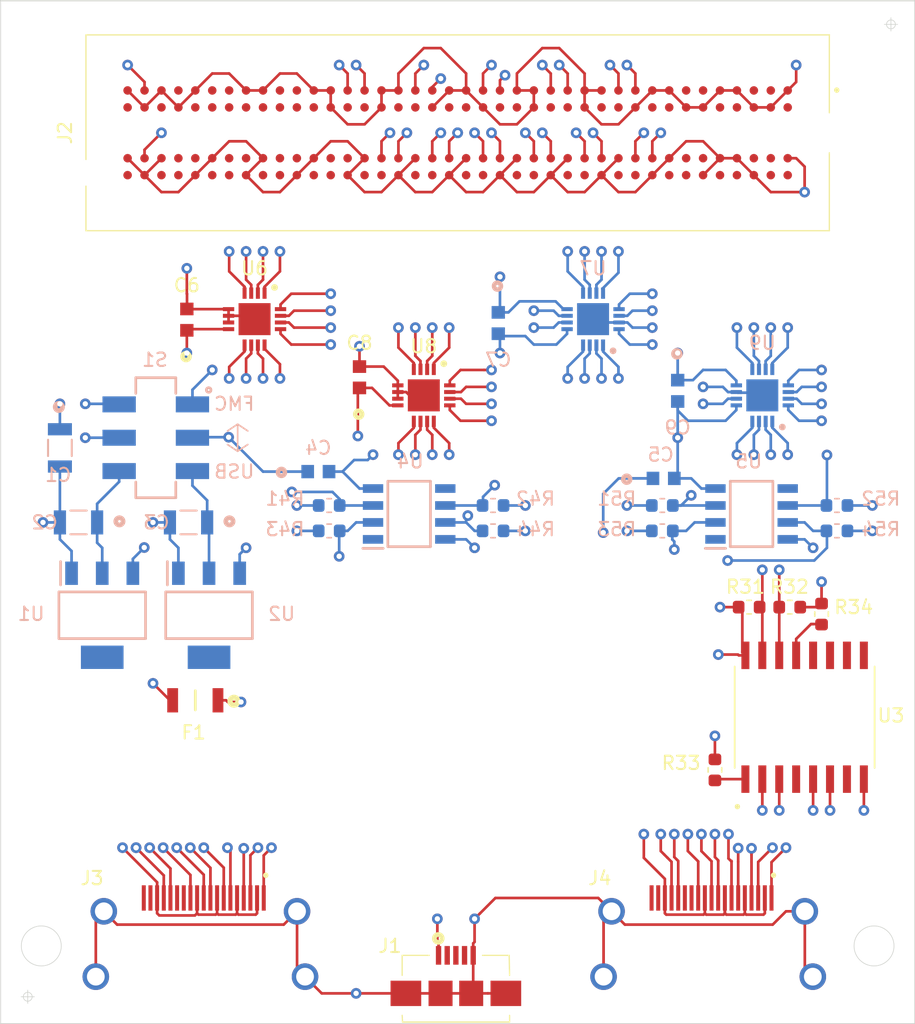
<source format=kicad_pcb>
(kicad_pcb (version 20171130) (host pcbnew "(5.1.5-0-10_14)")
  (layers (0 F.Cu signal hide) (1 Signal1.Cu signal hide) (2 VCC.Cu power hide) (3 GND.Cu power hide) (4 Signal2.Cu signal hide) (31 B.Cu signal hide) (34 B.Paste user hide) (35 F.Paste user hide) (36 B.SilkS user) (37 F.SilkS user) (38 B.Mask user hide) (39 F.Mask user hide) (44 Edge.Cuts user))
  (net 0 "")
  (net 1 GNDREF)
  (net 2 3.3V_Supply)
  (net 3 2.5V_Supply)
  (net 4 2.5V)
  (net 5 3.3V)
  (net 6 "Net-(J1-Pad2)")
  (net 7 "Net-(J1-Pad3)")
  (net 8 "Net-(J1-Pad4)")
  (net 9 "Net-(J2-PadC2)")
  (net 10 "Net-(J2-PadC3)")
  (net 11 "Net-(J2-PadC6)")
  (net 12 "Net-(J2-PadC7)")
  (net 13 /D_OUT_M1_1P)
  (net 14 /D_OUT_M1_1N)
  (net 15 /D_OUT_M2_1P)
  (net 16 /D_OUT_M2_1N)
  (net 17 TRG_1P)
  (net 18 TRG_1N)
  (net 19 BCLK_1P)
  (net 20 BCLK_1N)
  (net 21 SDA0B_1)
  (net 22 SCL0B_1)
  (net 23 "Net-(J2-PadC30)")
  (net 24 "Net-(J2-PadC31)")
  (net 25 "Net-(J2-PadC34)")
  (net 26 "Net-(J2-PadC35)")
  (net 27 "Net-(J2-PadC37)")
  (net 28 3.3V_FMC)
  (net 29 "Net-(J2-PadD1)")
  (net 30 "Net-(J2-PadD4)")
  (net 31 "Net-(J2-PadD5)")
  (net 32 "Net-(J2-PadD8)")
  (net 33 "Net-(J2-PadD9)")
  (net 34 "Net-(J2-PadD11)")
  (net 35 "Net-(J2-PadD12)")
  (net 36 "Net-(J2-PadD14)")
  (net 37 "Net-(J2-PadD15)")
  (net 38 "Net-(J2-PadD17)")
  (net 39 "Net-(J2-PadD18)")
  (net 40 "Net-(J2-PadD20)")
  (net 41 "Net-(J2-PadD21)")
  (net 42 "Net-(J2-PadD23)")
  (net 43 "Net-(J2-PadD24)")
  (net 44 "Net-(J2-PadD26)")
  (net 45 "Net-(J2-PadD27)")
  (net 46 "Net-(J2-PadD29)")
  (net 47 "Net-(J2-PadD30)")
  (net 48 "Net-(J2-PadD31)")
  (net 49 "Net-(J2-PadD32)")
  (net 50 "Net-(J2-PadD33)")
  (net 51 "Net-(J2-PadD34)")
  (net 52 "Net-(J2-PadD35)")
  (net 53 "Net-(J2-PadD36)")
  (net 54 "Net-(J2-PadD38)")
  (net 55 "Net-(J2-PadD40)")
  (net 56 "Net-(J2-PadG2)")
  (net 57 "Net-(J2-PadG3)")
  (net 58 "Net-(J2-PadG6)")
  (net 59 "Net-(J2-PadG7)")
  (net 60 D_OUT_M1_2P)
  (net 61 D_OUT_M1_2N)
  (net 62 D_OUT_M2_2P)
  (net 63 D_OUT_M2_2N)
  (net 64 TRG_2P)
  (net 65 TRG_2N)
  (net 66 BCLK_2P)
  (net 67 BCLK_2N)
  (net 68 SDA0B_2)
  (net 69 SCL0B_2)
  (net 70 SCL1B)
  (net 71 SDA1B)
  (net 72 "Net-(J2-PadG27)")
  (net 73 "Net-(J2-PadG28)")
  (net 74 "Net-(J2-PadG30)")
  (net 75 "Net-(J2-PadG31)")
  (net 76 "Net-(J2-PadG33)")
  (net 77 "Net-(J2-PadG34)")
  (net 78 "Net-(J2-PadG36)")
  (net 79 "Net-(J2-PadG37)")
  (net 80 2.5V_VADJ_FMC)
  (net 81 "Net-(J2-PadH1)")
  (net 82 "Net-(J2-PadH2)")
  (net 83 "Net-(J2-PadH4)")
  (net 84 "Net-(J2-PadH5)")
  (net 85 "Net-(J2-PadH7)")
  (net 86 "Net-(J2-PadH8)")
  (net 87 "Net-(J2-PadH10)")
  (net 88 "Net-(J2-PadH11)")
  (net 89 "Net-(J2-PadH13)")
  (net 90 "Net-(J2-PadH14)")
  (net 91 "Net-(J2-PadH16)")
  (net 92 "Net-(J2-PadH17)")
  (net 93 "Net-(J2-PadH19)")
  (net 94 "Net-(J2-PadH20)")
  (net 95 "Net-(J2-PadH22)")
  (net 96 "Net-(J2-PadH23)")
  (net 97 "Net-(J2-PadH25)")
  (net 98 "Net-(J2-PadH26)")
  (net 99 "Net-(J2-PadH28)")
  (net 100 "Net-(J2-PadH29)")
  (net 101 "Net-(J2-PadH31)")
  (net 102 "Net-(J2-PadH32)")
  (net 103 "Net-(J2-PadH34)")
  (net 104 "Net-(J2-PadH35)")
  (net 105 "Net-(J2-PadH37)")
  (net 106 "Net-(J2-PadH38)")
  (net 107 "Net-(J2-PadH40)")
  (net 108 H_DOUT_M1_1P)
  (net 109 H_DOUT_M1_1N)
  (net 110 H_DOUT_M2_1P)
  (net 111 H_DOUT_M2_1N)
  (net 112 H_TRG_1P)
  (net 113 H_TRG_1N)
  (net 114 H_BCLK_1P)
  (net 115 H_BCLK_1N)
  (net 116 "Net-(J3-Pad13)")
  (net 117 "Net-(J3-Pad14)")
  (net 118 H_SCL0B_1)
  (net 119 H_SDA0B_1)
  (net 120 "Net-(J3-Pad18)")
  (net 121 "Net-(J3-Pad19)")
  (net 122 "Net-(J4-Pad19)")
  (net 123 "Net-(J4-Pad18)")
  (net 124 H_SDA0B_2)
  (net 125 H_SCL0B_2)
  (net 126 "Net-(J4-Pad14)")
  (net 127 "Net-(J4-Pad13)")
  (net 128 H_BCLK_2N)
  (net 129 H_BCLK_2P)
  (net 130 H_TRG_2N)
  (net 131 H_TRG_2P)
  (net 132 H_DOUT_M2_2N)
  (net 133 H_DOUT_M2_2P)
  (net 134 H_DOUT_M1_2N)
  (net 135 H_DOUT_M1_2P)
  (net 136 "Net-(U3-Pad4)")
  (net 137 PE)
  (net 138 EQ)
  (net 139 "Net-(U3-Pad7)")
  (net 140 "Net-(U3-Pad9)")
  (net 141 "Net-(U3-Pad10)")
  (net 142 "Net-(U3-Pad11)")
  (net 143 "Net-(U3-Pad12)")
  (net 144 /5.0V)
  (net 145 /5.0V_USB)
  (net 146 /A0)
  (net 147 /~INT)
  (module C0603C104K4RACTU:C0603C104K4RACTU (layer B.Cu) (at 127.724 104.14)
    (fp_text reference C4 (at 0 -1.778) (layer B.SilkS) (effects (justify mirror)))
    (fp_text value 100nF hide)
    (pad 2 smd rect (at 0.8 0) (size 0.95 1) (layers B.Cu B.Paste B.Mask) (net 1 GNDREF))
    (pad 1 smd rect (at -0.8 0) (size 0.95 1) (layers B.Cu B.Paste B.Mask) (net 4 2.5V))
  )
  (module C0603C104K4RACTU:C0603C104K4RACTU (layer B.Cu) (at 153.632 104.648)
    (fp_text reference C5 (at -0.216 -1.778) (layer B.SilkS) (effects (justify mirror)))
    (fp_text value 100nF hide)
    (pad 2 smd rect (at 0.8 0) (size 0.95 1) (layers B.Cu B.Paste B.Mask) (net 1 GNDREF))
    (pad 1 smd rect (at -0.8 0) (size 0.95 1) (layers B.Cu B.Paste B.Mask) (net 4 2.5V))
  )
  (module C0603C104K4RACTU:C0603C104K4RACTU (layer F.Cu) (at 117.856 92.748 90)
    (fp_text reference C6 (at 2.578 0 180) (layer F.SilkS))
    (fp_text value 100nF hide)
    (pad 2 smd rect (at 0.8 0 90) (size 0.95 1) (layers F.Cu F.Paste F.Mask) (net 1 GNDREF))
    (pad 1 smd rect (at -0.8 0 90) (size 0.95 1) (layers F.Cu F.Paste F.Mask) (net 5 3.3V))
  )
  (module C0603C104K4RACTU:C0603C104K4RACTU (layer B.Cu) (at 141.224 93.002 270)
    (fp_text reference C7 (at 2.756 0 180) (layer B.SilkS) (effects (justify mirror)))
    (fp_text value 100nF hide)
    (pad 2 smd rect (at 0.8 0 270) (size 0.95 1) (layers B.Cu B.Paste B.Mask) (net 1 GNDREF))
    (pad 1 smd rect (at -0.8 0 270) (size 0.95 1) (layers B.Cu B.Paste B.Mask) (net 5 3.3V))
  )
  (module C0603C104K4RACTU:C0603C104K4RACTU (layer F.Cu) (at 130.81 97.066 90)
    (fp_text reference C8 (at 2.578 0 180) (layer F.SilkS))
    (fp_text value 100nF hide)
    (pad 2 smd rect (at 0.8 0 90) (size 0.95 1) (layers F.Cu F.Paste F.Mask) (net 1 GNDREF))
    (pad 1 smd rect (at -0.8 0 90) (size 0.95 1) (layers F.Cu F.Paste F.Mask) (net 5 3.3V))
  )
  (module C0603C104K4RACTU:C0603C104K4RACTU (layer B.Cu) (at 154.686 98.082 270)
    (fp_text reference C9 (at 2.756 0 180) (layer B.SilkS) (effects (justify mirror)))
    (fp_text value 100nF hide)
    (pad 2 smd rect (at 0.8 0 270) (size 0.95 1) (layers B.Cu B.Paste B.Mask) (net 1 GNDREF))
    (pad 1 smd rect (at -0.8 0 270) (size 0.95 1) (layers B.Cu B.Paste B.Mask) (net 5 3.3V))
  )
  (module DS25CP102TSQ:QFN50P400X400X80-17N (layer B.Cu) (at 148.336 92.71 90)
    (fp_text reference U7 (at 3.81 0 180) (layer B.SilkS) (effects (justify mirror)))
    (fp_text value DS25CP102TSQ hide)
    (pad 17 smd rect (at 0 0 90) (size 2.4 2.4) (layers B.Cu B.Paste B.Mask) (net 1 GNDREF))
    (pad 16 smd rect (at -0.75 1.95 90) (size 0.3 0.85) (layers B.Cu B.Paste B.Mask) (net 5 3.3V))
    (pad 15 smd rect (at -0.25 1.95 90) (size 0.3 0.85) (layers B.Cu B.Paste B.Mask) (net 1 GNDREF))
    (pad 14 smd rect (at 0.25 1.95 90) (size 0.3 0.85) (layers B.Cu B.Paste B.Mask) (net 5 3.3V))
    (pad 13 smd rect (at 0.75 1.95 90) (size 0.3 0.85) (layers B.Cu B.Paste B.Mask) (net 5 3.3V))
    (pad 12 smd rect (at 1.95 0.75) (size 0.3 0.85) (layers B.Cu B.Paste B.Mask) (net 13 /D_OUT_M1_1P))
    (pad 11 smd rect (at 1.95 0.25) (size 0.3 0.85) (layers B.Cu B.Paste B.Mask) (net 14 /D_OUT_M1_1N))
    (pad 10 smd rect (at 1.95 -0.25) (size 0.3 0.85) (layers B.Cu B.Paste B.Mask) (net 15 /D_OUT_M2_1P))
    (pad 9 smd rect (at 1.95 -0.75) (size 0.3 0.85) (layers B.Cu B.Paste B.Mask) (net 16 /D_OUT_M2_1N))
    (pad 8 smd rect (at 0.75 -1.95 90) (size 0.3 0.85) (layers B.Cu B.Paste B.Mask) (net 5 3.3V))
    (pad 7 smd rect (at 0.25 -1.95 90) (size 0.3 0.85) (layers B.Cu B.Paste B.Mask) (net 1 GNDREF))
    (pad 6 smd rect (at -0.25 -1.95 90) (size 0.3 0.85) (layers B.Cu B.Paste B.Mask) (net 138 EQ))
    (pad 5 smd rect (at -0.75 -1.95 90) (size 0.3 0.85) (layers B.Cu B.Paste B.Mask) (net 1 GNDREF))
    (pad 4 smd rect (at -1.95 -0.75) (size 0.3 0.85) (layers B.Cu B.Paste B.Mask) (net 111 H_DOUT_M2_1N))
    (pad 3 smd rect (at -1.95 -0.25) (size 0.3 0.85) (layers B.Cu B.Paste B.Mask) (net 110 H_DOUT_M2_1P))
    (pad 2 smd rect (at -1.95 0.25) (size 0.3 0.85) (layers B.Cu B.Paste B.Mask) (net 109 H_DOUT_M1_1N))
    (pad 1 smd rect (at -1.95 0.75) (size 0.3 0.85) (layers B.Cu B.Paste B.Mask) (net 108 H_DOUT_M1_1P))
  )
  (module DS25CP102TSQ:QFN50P400X400X80-17N (layer F.Cu) (at 122.936 92.71 270)
    (fp_text reference U6 (at -3.81 0 180) (layer F.SilkS))
    (fp_text value DS25CP102TSQ hide)
    (pad 17 smd rect (at 0 0 270) (size 2.4 2.4) (layers F.Cu F.Paste F.Mask) (net 1 GNDREF))
    (pad 16 smd rect (at -0.75 -1.95 270) (size 0.3 0.85) (layers F.Cu F.Paste F.Mask) (net 5 3.3V))
    (pad 15 smd rect (at -0.25 -1.95 270) (size 0.3 0.85) (layers F.Cu F.Paste F.Mask) (net 137 PE))
    (pad 14 smd rect (at 0.25 -1.95 270) (size 0.3 0.85) (layers F.Cu F.Paste F.Mask) (net 5 3.3V))
    (pad 13 smd rect (at 0.75 -1.95 270) (size 0.3 0.85) (layers F.Cu F.Paste F.Mask) (net 5 3.3V))
    (pad 12 smd rect (at 1.95 -0.75) (size 0.3 0.85) (layers F.Cu F.Paste F.Mask) (net 112 H_TRG_1P))
    (pad 11 smd rect (at 1.95 -0.25) (size 0.3 0.85) (layers F.Cu F.Paste F.Mask) (net 113 H_TRG_1N))
    (pad 10 smd rect (at 1.95 0.25) (size 0.3 0.85) (layers F.Cu F.Paste F.Mask) (net 114 H_BCLK_1P))
    (pad 9 smd rect (at 1.95 0.75) (size 0.3 0.85) (layers F.Cu F.Paste F.Mask) (net 115 H_BCLK_1N))
    (pad 8 smd rect (at 0.75 1.95 270) (size 0.3 0.85) (layers F.Cu F.Paste F.Mask) (net 5 3.3V))
    (pad 7 smd rect (at 0.25 1.95 270) (size 0.3 0.85) (layers F.Cu F.Paste F.Mask) (net 1 GNDREF))
    (pad 6 smd rect (at -0.25 1.95 270) (size 0.3 0.85) (layers F.Cu F.Paste F.Mask) (net 1 GNDREF))
    (pad 5 smd rect (at -0.75 1.95 270) (size 0.3 0.85) (layers F.Cu F.Paste F.Mask) (net 1 GNDREF))
    (pad 4 smd rect (at -1.95 0.75) (size 0.3 0.85) (layers F.Cu F.Paste F.Mask) (net 20 BCLK_1N))
    (pad 3 smd rect (at -1.95 0.25) (size 0.3 0.85) (layers F.Cu F.Paste F.Mask) (net 19 BCLK_1P))
    (pad 2 smd rect (at -1.95 -0.25) (size 0.3 0.85) (layers F.Cu F.Paste F.Mask) (net 18 TRG_1N))
    (pad 1 smd rect (at -1.95 -0.75) (size 0.3 0.85) (layers F.Cu F.Paste F.Mask) (net 17 TRG_1P))
  )
  (module DS25CP102TSQ:QFN50P400X400X80-17N (layer B.Cu) (at 161.036 98.425 90)
    (fp_text reference U9 (at 3.937 0 180) (layer B.SilkS) (effects (justify mirror)))
    (fp_text value DS25CP102TSQ hide)
    (pad 17 smd rect (at 0 0 90) (size 2.4 2.4) (layers B.Cu B.Paste B.Mask) (net 1 GNDREF))
    (pad 16 smd rect (at -0.75 1.95 90) (size 0.3 0.85) (layers B.Cu B.Paste B.Mask) (net 5 3.3V))
    (pad 15 smd rect (at -0.25 1.95 90) (size 0.3 0.85) (layers B.Cu B.Paste B.Mask) (net 1 GNDREF))
    (pad 14 smd rect (at 0.25 1.95 90) (size 0.3 0.85) (layers B.Cu B.Paste B.Mask) (net 5 3.3V))
    (pad 13 smd rect (at 0.75 1.95 90) (size 0.3 0.85) (layers B.Cu B.Paste B.Mask) (net 5 3.3V))
    (pad 12 smd rect (at 1.95 0.75) (size 0.3 0.85) (layers B.Cu B.Paste B.Mask) (net 60 D_OUT_M1_2P))
    (pad 11 smd rect (at 1.95 0.25) (size 0.3 0.85) (layers B.Cu B.Paste B.Mask) (net 61 D_OUT_M1_2N))
    (pad 10 smd rect (at 1.95 -0.25) (size 0.3 0.85) (layers B.Cu B.Paste B.Mask) (net 62 D_OUT_M2_2P))
    (pad 9 smd rect (at 1.95 -0.75) (size 0.3 0.85) (layers B.Cu B.Paste B.Mask) (net 63 D_OUT_M2_2N))
    (pad 8 smd rect (at 0.75 -1.95 90) (size 0.3 0.85) (layers B.Cu B.Paste B.Mask) (net 5 3.3V))
    (pad 7 smd rect (at 0.25 -1.95 90) (size 0.3 0.85) (layers B.Cu B.Paste B.Mask) (net 1 GNDREF))
    (pad 6 smd rect (at -0.25 -1.95 90) (size 0.3 0.85) (layers B.Cu B.Paste B.Mask) (net 138 EQ))
    (pad 5 smd rect (at -0.75 -1.95 90) (size 0.3 0.85) (layers B.Cu B.Paste B.Mask) (net 1 GNDREF))
    (pad 4 smd rect (at -1.95 -0.75) (size 0.3 0.85) (layers B.Cu B.Paste B.Mask) (net 132 H_DOUT_M2_2N))
    (pad 3 smd rect (at -1.95 -0.25) (size 0.3 0.85) (layers B.Cu B.Paste B.Mask) (net 133 H_DOUT_M2_2P))
    (pad 2 smd rect (at -1.95 0.25) (size 0.3 0.85) (layers B.Cu B.Paste B.Mask) (net 134 H_DOUT_M1_2N))
    (pad 1 smd rect (at -1.95 0.75) (size 0.3 0.85) (layers B.Cu B.Paste B.Mask) (net 135 H_DOUT_M1_2P))
  )
  (module DS25CP102TSQ:QFN50P400X400X80-17N (layer F.Cu) (at 135.636 98.425 270)
    (fp_text reference U8 (at -3.683 0 180) (layer F.SilkS))
    (fp_text value DS25CP102TSQ hide)
    (pad 17 smd rect (at 0 0 270) (size 2.4 2.4) (layers F.Cu F.Paste F.Mask) (net 1 GNDREF))
    (pad 16 smd rect (at -0.75 -1.95 270) (size 0.3 0.85) (layers F.Cu F.Paste F.Mask) (net 5 3.3V))
    (pad 15 smd rect (at -0.25 -1.95 270) (size 0.3 0.85) (layers F.Cu F.Paste F.Mask) (net 137 PE))
    (pad 14 smd rect (at 0.25 -1.95 270) (size 0.3 0.85) (layers F.Cu F.Paste F.Mask) (net 5 3.3V))
    (pad 13 smd rect (at 0.75 -1.95 270) (size 0.3 0.85) (layers F.Cu F.Paste F.Mask) (net 5 3.3V))
    (pad 12 smd rect (at 1.95 -0.75) (size 0.3 0.85) (layers F.Cu F.Paste F.Mask) (net 131 H_TRG_2P))
    (pad 11 smd rect (at 1.95 -0.25) (size 0.3 0.85) (layers F.Cu F.Paste F.Mask) (net 130 H_TRG_2N))
    (pad 10 smd rect (at 1.95 0.25) (size 0.3 0.85) (layers F.Cu F.Paste F.Mask) (net 129 H_BCLK_2P))
    (pad 9 smd rect (at 1.95 0.75) (size 0.3 0.85) (layers F.Cu F.Paste F.Mask) (net 128 H_BCLK_2N))
    (pad 8 smd rect (at 0.75 1.95 270) (size 0.3 0.85) (layers F.Cu F.Paste F.Mask) (net 5 3.3V))
    (pad 7 smd rect (at 0.25 1.95 270) (size 0.3 0.85) (layers F.Cu F.Paste F.Mask) (net 1 GNDREF))
    (pad 6 smd rect (at -0.25 1.95 270) (size 0.3 0.85) (layers F.Cu F.Paste F.Mask) (net 1 GNDREF))
    (pad 5 smd rect (at -0.75 1.95 270) (size 0.3 0.85) (layers F.Cu F.Paste F.Mask) (net 1 GNDREF))
    (pad 4 smd rect (at -1.95 0.75) (size 0.3 0.85) (layers F.Cu F.Paste F.Mask) (net 67 BCLK_2N))
    (pad 3 smd rect (at -1.95 0.25) (size 0.3 0.85) (layers F.Cu F.Paste F.Mask) (net 66 BCLK_2P))
    (pad 2 smd rect (at -1.95 -0.25) (size 0.3 0.85) (layers F.Cu F.Paste F.Mask) (net 65 TRG_2N))
    (pad 1 smd rect (at -1.95 -0.75) (size 0.3 0.85) (layers F.Cu F.Paste F.Mask) (net 64 TRG_2P))
  )
  (module Resistor_SMD:R_0603_1608Metric (layer F.Cu) (at 160.0455 114.3)
    (fp_text reference R31 (at -0.2795 -1.524) (layer F.SilkS))
    (fp_text value 4.7k)
    (pad 2 smd roundrect (at 0.7875 0) (size 0.875 0.95) (layers F.Cu F.Paste F.Mask) (net 71 SDA1B))
    (pad 1 smd roundrect (at -0.7875 0) (size 0.875 0.95) (layers F.Cu F.Paste F.Mask) (net 5 3.3V))
  )
  (module Resistor_SMD:R_0603_1608Metric (layer F.Cu) (at 163.0935 114.3 180)
    (fp_text reference R32 (at 0.0255 1.524) (layer F.SilkS))
    (fp_text value 4.7k)
    (pad 2 smd roundrect (at 0.7875 0 180) (size 0.875 0.95) (layers F.Cu F.Paste F.Mask) (net 70 SCL1B))
    (pad 1 smd roundrect (at -0.7875 0 180) (size 0.875 0.95) (layers F.Cu F.Paste F.Mask) (net 5 3.3V))
  )
  (module Resistor_SMD:R_0603_1608Metric (layer F.Cu) (at 157.48 126.504 270)
    (fp_text reference R33 (at -0.52 2.54 180) (layer F.SilkS))
    (fp_text value 4.7k)
    (pad 2 smd roundrect (at 0.7875 0 270) (size 0.875 0.95) (layers F.Cu F.Paste F.Mask) (net 146 /A0))
    (pad 1 smd roundrect (at -0.7875 0 270) (size 0.875 0.95) (layers F.Cu F.Paste F.Mask) (net 5 3.3V))
  )
  (module Resistor_SMD:R_0603_1608Metric (layer F.Cu) (at 165.481 114.82 270)
    (fp_text reference R34 (at -0.52 -2.413) (layer F.SilkS))
    (fp_text value 100k)
    (pad 2 smd roundrect (at 0.7875 0 270) (size 0.875 0.95) (layers F.Cu F.Paste F.Mask) (net 147 /~INT))
    (pad 1 smd roundrect (at -0.7875 0 270) (size 0.875 0.95) (layers F.Cu F.Paste F.Mask) (net 5 3.3V))
  )
  (module Resistor_SMD:R_0603_1608Metric (layer B.Cu) (at 128.536 106.68)
    (fp_text reference R41 (at -3.314 -0.508) (layer B.SilkS) (effects (justify mirror)))
    (fp_text value 4.7k)
    (pad 2 smd roundrect (at 0.7875 0) (size 0.875 0.95) (layers B.Cu B.Paste B.Mask) (net 21 SDA0B_1))
    (pad 1 smd roundrect (at -0.7875 0) (size 0.875 0.95) (layers B.Cu B.Paste B.Mask) (net 5 3.3V))
  )
  (module Resistor_SMD:R_0603_1608Metric (layer B.Cu) (at 140.831 106.68 180)
    (fp_text reference R42 (at -3.187 0.508) (layer B.SilkS) (effects (justify mirror)))
    (fp_text value 4.7k)
    (pad 2 smd roundrect (at 0.7875 0 180) (size 0.875 0.95) (layers B.Cu B.Paste B.Mask) (net 22 SCL0B_1))
    (pad 1 smd roundrect (at -0.7875 0 180) (size 0.875 0.95) (layers B.Cu B.Paste B.Mask) (net 5 3.3V))
  )
  (module Resistor_SMD:R_0603_1608Metric (layer B.Cu) (at 128.536 108.585)
    (fp_text reference R43 (at -3.314 -0.127) (layer B.SilkS) (effects (justify mirror)))
    (fp_text value 330)
    (pad 2 smd roundrect (at 0.7875 0) (size 0.875 0.95) (layers B.Cu B.Paste B.Mask) (net 119 H_SDA0B_1))
    (pad 1 smd roundrect (at -0.7875 0) (size 0.875 0.95) (layers B.Cu B.Paste B.Mask) (net 4 2.5V))
  )
  (module Resistor_SMD:R_0603_1608Metric (layer B.Cu) (at 140.831 108.585 180)
    (fp_text reference R44 (at -3.187 0.127) (layer B.SilkS) (effects (justify mirror)))
    (fp_text value 330)
    (pad 2 smd roundrect (at 0.7875 0 180) (size 0.875 0.95) (layers B.Cu B.Paste B.Mask) (net 118 H_SCL0B_1))
    (pad 1 smd roundrect (at -0.7875 0 180) (size 0.875 0.95) (layers B.Cu B.Paste B.Mask) (net 4 2.5V))
  )
  (module Resistor_SMD:R_0603_1608Metric (layer B.Cu) (at 153.531 106.68)
    (fp_text reference R51 (at -3.417 -0.508) (layer B.SilkS) (effects (justify mirror)))
    (fp_text value 4.7k)
    (pad 2 smd roundrect (at 0.7875 0) (size 0.875 0.95) (layers B.Cu B.Paste B.Mask) (net 68 SDA0B_2))
    (pad 1 smd roundrect (at -0.7875 0) (size 0.875 0.95) (layers B.Cu B.Paste B.Mask) (net 5 3.3V))
  )
  (module Resistor_SMD:R_0603_1608Metric (layer B.Cu) (at 166.636 106.68 180)
    (fp_text reference R52 (at -3.29 0.508) (layer B.SilkS) (effects (justify mirror)))
    (fp_text value 4.7k)
    (pad 2 smd roundrect (at 0.7875 0 180) (size 0.875 0.95) (layers B.Cu B.Paste B.Mask) (net 69 SCL0B_2))
    (pad 1 smd roundrect (at -0.7875 0 180) (size 0.875 0.95) (layers B.Cu B.Paste B.Mask) (net 5 3.3V))
  )
  (module Resistor_SMD:R_0603_1608Metric (layer B.Cu) (at 153.531 108.585)
    (fp_text reference R53 (at -3.417 -0.127) (layer B.SilkS) (effects (justify mirror)))
    (fp_text value 330)
    (pad 2 smd roundrect (at 0.7875 0) (size 0.875 0.95) (layers B.Cu B.Paste B.Mask) (net 124 H_SDA0B_2))
    (pad 1 smd roundrect (at -0.7875 0) (size 0.875 0.95) (layers B.Cu B.Paste B.Mask) (net 4 2.5V))
  )
  (module Resistor_SMD:R_0603_1608Metric (layer B.Cu) (at 166.636 108.585 180)
    (fp_text reference R54 (at -3.29 0.127) (layer B.SilkS) (effects (justify mirror)))
    (fp_text value 330)
    (pad 2 smd roundrect (at 0.7875 0 180) (size 0.875 0.95) (layers B.Cu B.Paste B.Mask) (net 125 H_SCL0B_2))
    (pad 1 smd roundrect (at -0.7875 0 180) (size 0.875 0.95) (layers B.Cu B.Paste B.Mask) (net 4 2.5V))
  )
  (module C1206C106K4RACTU:C1206C106K4RACTU (layer B.Cu) (at 109.898 107.82 180)
    (fp_text reference C2 (at 2.71 -0.13) (layer B.SilkS) (effects (justify mirror)))
    (fp_text value 10uF hide)
    (pad 2 smd rect (at 1.567 -0.13 180) (size 0.9144 1.8034) (layers B.Cu B.Paste B.Mask) (net 1 GNDREF))
    (pad 1 smd rect (at -1.227 -0.13 180) (size 0.9144 1.8034) (layers B.Cu B.Paste B.Mask) (net 2 3.3V_Supply))
  )
  (module C1206C106K4RACTU:C1206C106K4RACTU (layer B.Cu) (at 118.153 107.82 180)
    (fp_text reference C3 (at 2.583 -0.13) (layer B.SilkS) (effects (justify mirror)))
    (fp_text value 10uF hide)
    (pad 2 smd rect (at 1.567 -0.13 180) (size 0.9144 1.8034) (layers B.Cu B.Paste B.Mask) (net 1 GNDREF))
    (pad 1 smd rect (at -1.227 -0.13 180) (size 0.9144 1.8034) (layers B.Cu B.Paste B.Mask) (net 3 2.5V_Supply))
  )
  (module C1206C106K4RACTU:C1206C106K4RACTU (layer B.Cu) (at 108.201 102.192 270)
    (fp_text reference C1 (at 2.202 -0.003) (layer B.SilkS) (effects (justify mirror)))
    (fp_text value 10uF hide)
    (pad 2 smd rect (at 1.567 -0.13 270) (size 0.9144 1.8034) (layers B.Cu B.Paste B.Mask) (net 1 GNDREF))
    (pad 1 smd rect (at -1.227 -0.13 270) (size 0.9144 1.8034) (layers B.Cu B.Paste B.Mask) (net 144 /5.0V))
  )
  (module 1206L050YR:FUSC3216X75N (layer F.Cu) (at 118.491 121.285 180)
    (fp_text reference F1 (at 0.127 -2.413 180) (layer F.SilkS))
    (fp_text value 1206L050YR hide)
    (pad 2 smd rect (at 1.7 0 180) (size 0.81 1.82) (layers F.Cu F.Paste F.Mask) (net 144 /5.0V))
    (pad 1 smd rect (at -1.7 0 180) (size 0.81 1.82) (layers F.Cu F.Paste F.Mask) (net 145 /5.0V_USB))
  )
  (module PCA9534DW:SOIC127P1030X265-16N (layer F.Cu) (at 164.211 122.555 90)
    (fp_text reference U3 (at 0.127 6.477) (layer F.SilkS))
    (fp_text value PCA9534DW)
    (pad 16 smd rect (at 4.64 -4.445 90) (size 2.06 0.6) (layers F.Cu F.Paste F.Mask) (net 5 3.3V))
    (pad 15 smd rect (at 4.64 -3.175 90) (size 2.06 0.6) (layers F.Cu F.Paste F.Mask) (net 71 SDA1B))
    (pad 14 smd rect (at 4.64 -1.905 90) (size 2.06 0.6) (layers F.Cu F.Paste F.Mask) (net 70 SCL1B))
    (pad 13 smd rect (at 4.64 -0.635 90) (size 2.06 0.6) (layers F.Cu F.Paste F.Mask) (net 147 /~INT))
    (pad 12 smd rect (at 4.64 0.635 90) (size 2.06 0.6) (layers F.Cu F.Paste F.Mask) (net 143 "Net-(U3-Pad12)"))
    (pad 11 smd rect (at 4.64 1.905 90) (size 2.06 0.6) (layers F.Cu F.Paste F.Mask) (net 142 "Net-(U3-Pad11)"))
    (pad 10 smd rect (at 4.64 3.175 90) (size 2.06 0.6) (layers F.Cu F.Paste F.Mask) (net 141 "Net-(U3-Pad10)"))
    (pad 9 smd rect (at 4.64 4.445 90) (size 2.06 0.6) (layers F.Cu F.Paste F.Mask) (net 140 "Net-(U3-Pad9)"))
    (pad 8 smd rect (at -4.64 4.445 90) (size 2.06 0.6) (layers F.Cu F.Paste F.Mask) (net 1 GNDREF))
    (pad 7 smd rect (at -4.64 3.175 90) (size 2.06 0.6) (layers F.Cu F.Paste F.Mask) (net 139 "Net-(U3-Pad7)"))
    (pad 6 smd rect (at -4.64 1.905 90) (size 2.06 0.6) (layers F.Cu F.Paste F.Mask) (net 138 EQ))
    (pad 5 smd rect (at -4.64 0.635 90) (size 2.06 0.6) (layers F.Cu F.Paste F.Mask) (net 137 PE))
    (pad 4 smd rect (at -4.64 -0.635 90) (size 2.06 0.6) (layers F.Cu F.Paste F.Mask) (net 136 "Net-(U3-Pad4)"))
    (pad 3 smd rect (at -4.64 -1.905 90) (size 2.06 0.6) (layers F.Cu F.Paste F.Mask) (net 1 GNDREF))
    (pad 2 smd rect (at -4.64 -3.175 90) (size 2.06 0.6) (layers F.Cu F.Paste F.Mask) (net 1 GNDREF))
    (pad 1 smd rect (at -4.64 -4.445 90) (size 2.06 0.6) (layers F.Cu F.Paste F.Mask) (net 146 /A0))
  )
  (module 10104110-0001LF:101041100001LF (layer F.Cu) (at 138.042 142.556)
    (fp_text reference J1 (at -4.946 -2.856) (layer F.SilkS))
    (fp_text value 10104110-0001LF hide)
    (pad MP4 smd rect (at 3.75 0.7 90) (size 1.9 2.3) (layers F.Cu F.Paste F.Mask) (net 1 GNDREF))
    (pad MP3 smd rect (at 1.15 0.7) (size 1.8 1.9) (layers F.Cu F.Paste F.Mask) (net 1 GNDREF))
    (pad MP2 smd rect (at -1.15 0.7) (size 1.8 1.9) (layers F.Cu F.Paste F.Mask) (net 1 GNDREF))
    (pad MP1 smd rect (at -3.75 0.7 90) (size 1.9 2.3) (layers F.Cu F.Paste F.Mask) (net 1 GNDREF))
    (pad 5 smd rect (at 1.3 -2.15) (size 0.4 1.4) (layers F.Cu F.Paste F.Mask) (net 1 GNDREF))
    (pad 4 smd rect (at 0.65 -2.15) (size 0.4 1.4) (layers F.Cu F.Paste F.Mask) (net 8 "Net-(J1-Pad4)"))
    (pad 3 smd rect (at 0 -2.15) (size 0.4 1.4) (layers F.Cu F.Paste F.Mask) (net 7 "Net-(J1-Pad3)"))
    (pad 2 smd rect (at -0.65 -2.15) (size 0.4 1.4) (layers F.Cu F.Paste F.Mask) (net 6 "Net-(J1-Pad2)"))
    (pad 1 smd rect (at -1.3 -2.15) (size 0.4 1.4) (layers F.Cu F.Paste F.Mask) (net 145 /5.0V_USB))
  )
  (module ASP-134604-01:ASP13460401 (layer F.Cu) (at 138.176 78.74)
    (fp_text reference J2 (at -29.464 0 90) (layer F.SilkS))
    (fp_text value ASP-134604-01)
    (pad MH2 np_thru_hole circle (at -27.191 3.05) (size 1.27 0) (drill 1.27) (layers *.Cu *.Mask))
    (pad MH1 np_thru_hole circle (at 27.189 0) (size 1.27 0) (drill 1.27) (layers *.Cu *.Mask))
    (pad H40 smd circle (at -24.765 3.175 90) (size 0.64 0.64) (layers F.Cu F.Paste F.Mask) (net 107 "Net-(J2-PadH40)"))
    (pad H39 smd circle (at -23.495 3.175 90) (size 0.64 0.64) (layers F.Cu F.Paste F.Mask) (net 1 GNDREF))
    (pad H38 smd circle (at -22.225 3.175 90) (size 0.64 0.64) (layers F.Cu F.Paste F.Mask) (net 106 "Net-(J2-PadH38)"))
    (pad H37 smd circle (at -20.955 3.175 90) (size 0.64 0.64) (layers F.Cu F.Paste F.Mask) (net 105 "Net-(J2-PadH37)"))
    (pad H36 smd circle (at -19.685 3.175 90) (size 0.64 0.64) (layers F.Cu F.Paste F.Mask) (net 1 GNDREF))
    (pad H35 smd circle (at -18.415 3.175 90) (size 0.64 0.64) (layers F.Cu F.Paste F.Mask) (net 104 "Net-(J2-PadH35)"))
    (pad H34 smd circle (at -17.145 3.175 90) (size 0.64 0.64) (layers F.Cu F.Paste F.Mask) (net 103 "Net-(J2-PadH34)"))
    (pad H33 smd circle (at -15.875 3.175 90) (size 0.64 0.64) (layers F.Cu F.Paste F.Mask) (net 1 GNDREF))
    (pad H32 smd circle (at -14.605 3.175 90) (size 0.64 0.64) (layers F.Cu F.Paste F.Mask) (net 102 "Net-(J2-PadH32)"))
    (pad H31 smd circle (at -13.335 3.175 90) (size 0.64 0.64) (layers F.Cu F.Paste F.Mask) (net 101 "Net-(J2-PadH31)"))
    (pad H30 smd circle (at -12.065 3.175 90) (size 0.64 0.64) (layers F.Cu F.Paste F.Mask) (net 1 GNDREF))
    (pad H29 smd circle (at -10.795 3.175 90) (size 0.64 0.64) (layers F.Cu F.Paste F.Mask) (net 100 "Net-(J2-PadH29)"))
    (pad H28 smd circle (at -9.525 3.175 90) (size 0.64 0.64) (layers F.Cu F.Paste F.Mask) (net 99 "Net-(J2-PadH28)"))
    (pad H27 smd circle (at -8.255 3.175 90) (size 0.64 0.64) (layers F.Cu F.Paste F.Mask) (net 1 GNDREF))
    (pad H26 smd circle (at -6.985 3.175 90) (size 0.64 0.64) (layers F.Cu F.Paste F.Mask) (net 98 "Net-(J2-PadH26)"))
    (pad H25 smd circle (at -5.715 3.175 90) (size 0.64 0.64) (layers F.Cu F.Paste F.Mask) (net 97 "Net-(J2-PadH25)"))
    (pad H24 smd circle (at -4.445 3.175 90) (size 0.64 0.64) (layers F.Cu F.Paste F.Mask) (net 1 GNDREF))
    (pad H23 smd circle (at -3.175 3.175 90) (size 0.64 0.64) (layers F.Cu F.Paste F.Mask) (net 96 "Net-(J2-PadH23)"))
    (pad H22 smd circle (at -1.905 3.175 90) (size 0.64 0.64) (layers F.Cu F.Paste F.Mask) (net 95 "Net-(J2-PadH22)"))
    (pad H21 smd circle (at -0.635 3.175 90) (size 0.64 0.64) (layers F.Cu F.Paste F.Mask) (net 1 GNDREF))
    (pad H20 smd circle (at 0.635 3.175 90) (size 0.64 0.64) (layers F.Cu F.Paste F.Mask) (net 94 "Net-(J2-PadH20)"))
    (pad H19 smd circle (at 1.905 3.175 90) (size 0.64 0.64) (layers F.Cu F.Paste F.Mask) (net 93 "Net-(J2-PadH19)"))
    (pad H18 smd circle (at 3.175 3.175 90) (size 0.64 0.64) (layers F.Cu F.Paste F.Mask) (net 1 GNDREF))
    (pad H17 smd circle (at 4.445 3.175 90) (size 0.64 0.64) (layers F.Cu F.Paste F.Mask) (net 92 "Net-(J2-PadH17)"))
    (pad H16 smd circle (at 5.715 3.175 90) (size 0.64 0.64) (layers F.Cu F.Paste F.Mask) (net 91 "Net-(J2-PadH16)"))
    (pad H15 smd circle (at 6.985 3.175 90) (size 0.64 0.64) (layers F.Cu F.Paste F.Mask) (net 1 GNDREF))
    (pad H14 smd circle (at 8.255 3.175 90) (size 0.64 0.64) (layers F.Cu F.Paste F.Mask) (net 90 "Net-(J2-PadH14)"))
    (pad H13 smd circle (at 9.525 3.175 90) (size 0.64 0.64) (layers F.Cu F.Paste F.Mask) (net 89 "Net-(J2-PadH13)"))
    (pad H12 smd circle (at 10.795 3.175 90) (size 0.64 0.64) (layers F.Cu F.Paste F.Mask) (net 1 GNDREF))
    (pad H11 smd circle (at 12.065 3.175 90) (size 0.64 0.64) (layers F.Cu F.Paste F.Mask) (net 88 "Net-(J2-PadH11)"))
    (pad H10 smd circle (at 13.335 3.175 90) (size 0.64 0.64) (layers F.Cu F.Paste F.Mask) (net 87 "Net-(J2-PadH10)"))
    (pad H9 smd circle (at 14.605 3.175 90) (size 0.64 0.64) (layers F.Cu F.Paste F.Mask) (net 1 GNDREF))
    (pad H8 smd circle (at 15.875 3.175 90) (size 0.64 0.64) (layers F.Cu F.Paste F.Mask) (net 86 "Net-(J2-PadH8)"))
    (pad H7 smd circle (at 17.145 3.175 90) (size 0.64 0.64) (layers F.Cu F.Paste F.Mask) (net 85 "Net-(J2-PadH7)"))
    (pad H6 smd circle (at 18.415 3.175 90) (size 0.64 0.64) (layers F.Cu F.Paste F.Mask) (net 1 GNDREF))
    (pad H5 smd circle (at 19.685 3.175 90) (size 0.64 0.64) (layers F.Cu F.Paste F.Mask) (net 84 "Net-(J2-PadH5)"))
    (pad H4 smd circle (at 20.955 3.175 90) (size 0.64 0.64) (layers F.Cu F.Paste F.Mask) (net 83 "Net-(J2-PadH4)"))
    (pad H3 smd circle (at 22.225 3.175 90) (size 0.64 0.64) (layers F.Cu F.Paste F.Mask) (net 1 GNDREF))
    (pad H2 smd circle (at 23.495 3.175 90) (size 0.64 0.64) (layers F.Cu F.Paste F.Mask) (net 82 "Net-(J2-PadH2)"))
    (pad H1 smd circle (at 24.765 3.175 90) (size 0.64 0.64) (layers F.Cu F.Paste F.Mask) (net 81 "Net-(J2-PadH1)"))
    (pad G40 smd circle (at -24.765 1.905 90) (size 0.64 0.64) (layers F.Cu F.Paste F.Mask) (net 1 GNDREF))
    (pad G39 smd circle (at -23.495 1.905 90) (size 0.64 0.64) (layers F.Cu F.Paste F.Mask) (net 80 2.5V_VADJ_FMC))
    (pad G38 smd circle (at -22.225 1.905 90) (size 0.64 0.64) (layers F.Cu F.Paste F.Mask) (net 1 GNDREF))
    (pad G37 smd circle (at -20.955 1.905 90) (size 0.64 0.64) (layers F.Cu F.Paste F.Mask) (net 79 "Net-(J2-PadG37)"))
    (pad G36 smd circle (at -19.685 1.905 90) (size 0.64 0.64) (layers F.Cu F.Paste F.Mask) (net 78 "Net-(J2-PadG36)"))
    (pad G35 smd circle (at -18.415 1.905 90) (size 0.64 0.64) (layers F.Cu F.Paste F.Mask) (net 1 GNDREF))
    (pad G34 smd circle (at -17.145 1.905 90) (size 0.64 0.64) (layers F.Cu F.Paste F.Mask) (net 77 "Net-(J2-PadG34)"))
    (pad G33 smd circle (at -15.875 1.905 90) (size 0.64 0.64) (layers F.Cu F.Paste F.Mask) (net 76 "Net-(J2-PadG33)"))
    (pad G32 smd circle (at -14.605 1.905 90) (size 0.64 0.64) (layers F.Cu F.Paste F.Mask) (net 1 GNDREF))
    (pad G31 smd circle (at -13.335 1.905 90) (size 0.64 0.64) (layers F.Cu F.Paste F.Mask) (net 75 "Net-(J2-PadG31)"))
    (pad G30 smd circle (at -12.065 1.905 90) (size 0.64 0.64) (layers F.Cu F.Paste F.Mask) (net 74 "Net-(J2-PadG30)"))
    (pad G29 smd circle (at -10.795 1.905 90) (size 0.64 0.64) (layers F.Cu F.Paste F.Mask) (net 1 GNDREF))
    (pad G28 smd circle (at -9.525 1.905 90) (size 0.64 0.64) (layers F.Cu F.Paste F.Mask) (net 73 "Net-(J2-PadG28)"))
    (pad G27 smd circle (at -8.255 1.905 90) (size 0.64 0.64) (layers F.Cu F.Paste F.Mask) (net 72 "Net-(J2-PadG27)"))
    (pad G26 smd circle (at -6.985 1.905 90) (size 0.64 0.64) (layers F.Cu F.Paste F.Mask) (net 1 GNDREF))
    (pad G25 smd circle (at -5.715 1.905 90) (size 0.64 0.64) (layers F.Cu F.Paste F.Mask) (net 71 SDA1B))
    (pad G24 smd circle (at -4.445 1.905 90) (size 0.64 0.64) (layers F.Cu F.Paste F.Mask) (net 70 SCL1B))
    (pad G23 smd circle (at -3.175 1.905 90) (size 0.64 0.64) (layers F.Cu F.Paste F.Mask) (net 1 GNDREF))
    (pad G22 smd circle (at -1.905 1.905 90) (size 0.64 0.64) (layers F.Cu F.Paste F.Mask) (net 68 SDA0B_2))
    (pad G21 smd circle (at -0.635 1.905 90) (size 0.64 0.64) (layers F.Cu F.Paste F.Mask) (net 69 SCL0B_2))
    (pad G20 smd circle (at 0.635 1.905 90) (size 0.64 0.64) (layers F.Cu F.Paste F.Mask) (net 1 GNDREF))
    (pad G19 smd circle (at 1.905 1.905 90) (size 0.64 0.64) (layers F.Cu F.Paste F.Mask) (net 67 BCLK_2N))
    (pad G18 smd circle (at 3.175 1.905 90) (size 0.64 0.64) (layers F.Cu F.Paste F.Mask) (net 66 BCLK_2P))
    (pad G17 smd circle (at 4.445 1.905 90) (size 0.64 0.64) (layers F.Cu F.Paste F.Mask) (net 1 GNDREF))
    (pad G16 smd circle (at 5.715 1.905 90) (size 0.64 0.64) (layers F.Cu F.Paste F.Mask) (net 65 TRG_2N))
    (pad G15 smd circle (at 6.985 1.905 90) (size 0.64 0.64) (layers F.Cu F.Paste F.Mask) (net 64 TRG_2P))
    (pad G14 smd circle (at 8.255 1.905 90) (size 0.64 0.64) (layers F.Cu F.Paste F.Mask) (net 1 GNDREF))
    (pad G13 smd circle (at 9.525 1.905 90) (size 0.64 0.64) (layers F.Cu F.Paste F.Mask) (net 63 D_OUT_M2_2N))
    (pad G12 smd circle (at 10.795 1.905 90) (size 0.64 0.64) (layers F.Cu F.Paste F.Mask) (net 62 D_OUT_M2_2P))
    (pad G11 smd circle (at 12.065 1.905 90) (size 0.64 0.64) (layers F.Cu F.Paste F.Mask) (net 1 GNDREF))
    (pad G10 smd circle (at 13.335 1.905 90) (size 0.64 0.64) (layers F.Cu F.Paste F.Mask) (net 61 D_OUT_M1_2N))
    (pad G9 smd circle (at 14.605 1.905 90) (size 0.64 0.64) (layers F.Cu F.Paste F.Mask) (net 60 D_OUT_M1_2P))
    (pad G8 smd circle (at 15.875 1.905 90) (size 0.64 0.64) (layers F.Cu F.Paste F.Mask) (net 1 GNDREF))
    (pad G7 smd circle (at 17.145 1.905 90) (size 0.64 0.64) (layers F.Cu F.Paste F.Mask) (net 59 "Net-(J2-PadG7)"))
    (pad G6 smd circle (at 18.415 1.905 90) (size 0.64 0.64) (layers F.Cu F.Paste F.Mask) (net 58 "Net-(J2-PadG6)"))
    (pad G5 smd circle (at 19.685 1.905 90) (size 0.64 0.64) (layers F.Cu F.Paste F.Mask) (net 1 GNDREF))
    (pad G4 smd circle (at 20.955 1.905 90) (size 0.64 0.64) (layers F.Cu F.Paste F.Mask) (net 1 GNDREF))
    (pad G3 smd circle (at 22.225 1.905 90) (size 0.64 0.64) (layers F.Cu F.Paste F.Mask) (net 57 "Net-(J2-PadG3)"))
    (pad G2 smd circle (at 23.495 1.905 90) (size 0.64 0.64) (layers F.Cu F.Paste F.Mask) (net 56 "Net-(J2-PadG2)"))
    (pad G1 smd circle (at 24.765 1.905 90) (size 0.64 0.64) (layers F.Cu F.Paste F.Mask) (net 1 GNDREF))
    (pad D40 smd circle (at -24.765 -1.905 90) (size 0.64 0.64) (layers F.Cu F.Paste F.Mask) (net 55 "Net-(J2-PadD40)"))
    (pad D39 smd circle (at -23.495 -1.905 90) (size 0.64 0.64) (layers F.Cu F.Paste F.Mask) (net 1 GNDREF))
    (pad D38 smd circle (at -22.225 -1.905 90) (size 0.64 0.64) (layers F.Cu F.Paste F.Mask) (net 54 "Net-(J2-PadD38)"))
    (pad D37 smd circle (at -20.955 -1.905 90) (size 0.64 0.64) (layers F.Cu F.Paste F.Mask) (net 1 GNDREF))
    (pad D36 smd circle (at -19.685 -1.905 90) (size 0.64 0.64) (layers F.Cu F.Paste F.Mask) (net 53 "Net-(J2-PadD36)"))
    (pad D35 smd circle (at -18.415 -1.905 90) (size 0.64 0.64) (layers F.Cu F.Paste F.Mask) (net 52 "Net-(J2-PadD35)"))
    (pad D34 smd circle (at -17.145 -1.905 90) (size 0.64 0.64) (layers F.Cu F.Paste F.Mask) (net 51 "Net-(J2-PadD34)"))
    (pad D33 smd circle (at -15.875 -1.905 90) (size 0.64 0.64) (layers F.Cu F.Paste F.Mask) (net 50 "Net-(J2-PadD33)"))
    (pad D32 smd circle (at -14.605 -1.905 90) (size 0.64 0.64) (layers F.Cu F.Paste F.Mask) (net 49 "Net-(J2-PadD32)"))
    (pad D31 smd circle (at -13.335 -1.905 90) (size 0.64 0.64) (layers F.Cu F.Paste F.Mask) (net 48 "Net-(J2-PadD31)"))
    (pad D30 smd circle (at -12.065 -1.905 90) (size 0.64 0.64) (layers F.Cu F.Paste F.Mask) (net 47 "Net-(J2-PadD30)"))
    (pad D29 smd circle (at -10.795 -1.905 90) (size 0.64 0.64) (layers F.Cu F.Paste F.Mask) (net 46 "Net-(J2-PadD29)"))
    (pad D28 smd circle (at -9.525 -1.905 90) (size 0.64 0.64) (layers F.Cu F.Paste F.Mask) (net 1 GNDREF))
    (pad D27 smd circle (at -8.255 -1.905 90) (size 0.64 0.64) (layers F.Cu F.Paste F.Mask) (net 45 "Net-(J2-PadD27)"))
    (pad D26 smd circle (at -6.985 -1.905 90) (size 0.64 0.64) (layers F.Cu F.Paste F.Mask) (net 44 "Net-(J2-PadD26)"))
    (pad D25 smd circle (at -5.715 -1.905 90) (size 0.64 0.64) (layers F.Cu F.Paste F.Mask) (net 1 GNDREF))
    (pad D24 smd circle (at -4.445 -1.905 90) (size 0.64 0.64) (layers F.Cu F.Paste F.Mask) (net 43 "Net-(J2-PadD24)"))
    (pad D23 smd circle (at -3.175 -1.905 90) (size 0.64 0.64) (layers F.Cu F.Paste F.Mask) (net 42 "Net-(J2-PadD23)"))
    (pad D22 smd circle (at -1.905 -1.905 90) (size 0.64 0.64) (layers F.Cu F.Paste F.Mask) (net 1 GNDREF))
    (pad D21 smd circle (at -0.635 -1.905 90) (size 0.64 0.64) (layers F.Cu F.Paste F.Mask) (net 41 "Net-(J2-PadD21)"))
    (pad D20 smd circle (at 0.635 -1.905 90) (size 0.64 0.64) (layers F.Cu F.Paste F.Mask) (net 40 "Net-(J2-PadD20)"))
    (pad D19 smd circle (at 1.905 -1.905 90) (size 0.64 0.64) (layers F.Cu F.Paste F.Mask) (net 1 GNDREF))
    (pad D18 smd circle (at 3.175 -1.905 90) (size 0.64 0.64) (layers F.Cu F.Paste F.Mask) (net 39 "Net-(J2-PadD18)"))
    (pad D17 smd circle (at 4.445 -1.905 90) (size 0.64 0.64) (layers F.Cu F.Paste F.Mask) (net 38 "Net-(J2-PadD17)"))
    (pad D16 smd circle (at 5.715 -1.905 90) (size 0.64 0.64) (layers F.Cu F.Paste F.Mask) (net 1 GNDREF))
    (pad D15 smd circle (at 6.985 -1.905 90) (size 0.64 0.64) (layers F.Cu F.Paste F.Mask) (net 37 "Net-(J2-PadD15)"))
    (pad D14 smd circle (at 8.255 -1.905 90) (size 0.64 0.64) (layers F.Cu F.Paste F.Mask) (net 36 "Net-(J2-PadD14)"))
    (pad D13 smd circle (at 9.525 -1.905 90) (size 0.64 0.64) (layers F.Cu F.Paste F.Mask) (net 1 GNDREF))
    (pad D12 smd circle (at 10.795 -1.905 90) (size 0.64 0.64) (layers F.Cu F.Paste F.Mask) (net 35 "Net-(J2-PadD12)"))
    (pad D11 smd circle (at 12.065 -1.905 90) (size 0.64 0.64) (layers F.Cu F.Paste F.Mask) (net 34 "Net-(J2-PadD11)"))
    (pad D10 smd circle (at 13.335 -1.905 90) (size 0.64 0.64) (layers F.Cu F.Paste F.Mask) (net 1 GNDREF))
    (pad D9 smd circle (at 14.605 -1.905 90) (size 0.64 0.64) (layers F.Cu F.Paste F.Mask) (net 33 "Net-(J2-PadD9)"))
    (pad D8 smd circle (at 15.875 -1.905 90) (size 0.64 0.64) (layers F.Cu F.Paste F.Mask) (net 32 "Net-(J2-PadD8)"))
    (pad D7 smd circle (at 17.145 -1.905 90) (size 0.64 0.64) (layers F.Cu F.Paste F.Mask) (net 1 GNDREF))
    (pad D6 smd circle (at 18.415 -1.905 90) (size 0.64 0.64) (layers F.Cu F.Paste F.Mask) (net 1 GNDREF))
    (pad D5 smd circle (at 19.685 -1.905 90) (size 0.64 0.64) (layers F.Cu F.Paste F.Mask) (net 31 "Net-(J2-PadD5)"))
    (pad D4 smd circle (at 20.955 -1.905 90) (size 0.64 0.64) (layers F.Cu F.Paste F.Mask) (net 30 "Net-(J2-PadD4)"))
    (pad D3 smd circle (at 22.225 -1.905 90) (size 0.64 0.64) (layers F.Cu F.Paste F.Mask) (net 1 GNDREF))
    (pad D2 smd circle (at 23.495 -1.905 90) (size 0.64 0.64) (layers F.Cu F.Paste F.Mask) (net 1 GNDREF))
    (pad D1 smd circle (at 24.765 -1.905 90) (size 0.64 0.64) (layers F.Cu F.Paste F.Mask) (net 29 "Net-(J2-PadD1)"))
    (pad C40 smd circle (at -24.765 -3.175 90) (size 0.64 0.64) (layers F.Cu F.Paste F.Mask) (net 1 GNDREF))
    (pad C39 smd circle (at -23.495 -3.175 90) (size 0.64 0.64) (layers F.Cu F.Paste F.Mask) (net 28 3.3V_FMC))
    (pad C38 smd circle (at -22.225 -3.175 90) (size 0.64 0.64) (layers F.Cu F.Paste F.Mask) (net 1 GNDREF))
    (pad C37 smd circle (at -20.955 -3.175 90) (size 0.64 0.64) (layers F.Cu F.Paste F.Mask) (net 27 "Net-(J2-PadC37)"))
    (pad C36 smd circle (at -19.685 -3.175 90) (size 0.64 0.64) (layers F.Cu F.Paste F.Mask) (net 1 GNDREF))
    (pad C35 smd circle (at -18.415 -3.175 90) (size 0.64 0.64) (layers F.Cu F.Paste F.Mask) (net 26 "Net-(J2-PadC35)"))
    (pad C34 smd circle (at -17.145 -3.175 90) (size 0.64 0.64) (layers F.Cu F.Paste F.Mask) (net 25 "Net-(J2-PadC34)"))
    (pad C33 smd circle (at -15.875 -3.175 90) (size 0.64 0.64) (layers F.Cu F.Paste F.Mask) (net 1 GNDREF))
    (pad C32 smd circle (at -14.605 -3.175 90) (size 0.64 0.64) (layers F.Cu F.Paste F.Mask) (net 1 GNDREF))
    (pad C31 smd circle (at -13.335 -3.175 90) (size 0.64 0.64) (layers F.Cu F.Paste F.Mask) (net 24 "Net-(J2-PadC31)"))
    (pad C30 smd circle (at -12.065 -3.175 90) (size 0.64 0.64) (layers F.Cu F.Paste F.Mask) (net 23 "Net-(J2-PadC30)"))
    (pad C29 smd circle (at -10.795 -3.175 90) (size 0.64 0.64) (layers F.Cu F.Paste F.Mask) (net 1 GNDREF))
    (pad C28 smd circle (at -9.525 -3.175 90) (size 0.64 0.64) (layers F.Cu F.Paste F.Mask) (net 1 GNDREF))
    (pad C27 smd circle (at -8.255 -3.175 90) (size 0.64 0.64) (layers F.Cu F.Paste F.Mask) (net 21 SDA0B_1))
    (pad C26 smd circle (at -6.985 -3.175 90) (size 0.64 0.64) (layers F.Cu F.Paste F.Mask) (net 22 SCL0B_1))
    (pad C25 smd circle (at -5.715 -3.175 90) (size 0.64 0.64) (layers F.Cu F.Paste F.Mask) (net 1 GNDREF))
    (pad C24 smd circle (at -4.445 -3.175 90) (size 0.64 0.64) (layers F.Cu F.Paste F.Mask) (net 1 GNDREF))
    (pad C23 smd circle (at -3.175 -3.175 90) (size 0.64 0.64) (layers F.Cu F.Paste F.Mask) (net 20 BCLK_1N))
    (pad C22 smd circle (at -1.905 -3.175 90) (size 0.64 0.64) (layers F.Cu F.Paste F.Mask) (net 19 BCLK_1P))
    (pad C21 smd circle (at -0.635 -3.175 90) (size 0.64 0.64) (layers F.Cu F.Paste F.Mask) (net 1 GNDREF))
    (pad C20 smd circle (at 0.635 -3.175 90) (size 0.64 0.64) (layers F.Cu F.Paste F.Mask) (net 1 GNDREF))
    (pad C19 smd circle (at 1.905 -3.175 90) (size 0.64 0.64) (layers F.Cu F.Paste F.Mask) (net 18 TRG_1N))
    (pad C18 smd circle (at 3.175 -3.175 90) (size 0.64 0.64) (layers F.Cu F.Paste F.Mask) (net 17 TRG_1P))
    (pad C17 smd circle (at 4.445 -3.175 90) (size 0.64 0.64) (layers F.Cu F.Paste F.Mask) (net 1 GNDREF))
    (pad C16 smd circle (at 5.715 -3.175 90) (size 0.64 0.64) (layers F.Cu F.Paste F.Mask) (net 1 GNDREF))
    (pad C15 smd circle (at 6.985 -3.175 90) (size 0.64 0.64) (layers F.Cu F.Paste F.Mask) (net 16 /D_OUT_M2_1N))
    (pad C14 smd circle (at 8.255 -3.175 90) (size 0.64 0.64) (layers F.Cu F.Paste F.Mask) (net 15 /D_OUT_M2_1P))
    (pad C13 smd circle (at 9.525 -3.175 90) (size 0.64 0.64) (layers F.Cu F.Paste F.Mask) (net 1 GNDREF))
    (pad C12 smd circle (at 10.795 -3.175 90) (size 0.64 0.64) (layers F.Cu F.Paste F.Mask) (net 1 GNDREF))
    (pad C11 smd circle (at 12.065 -3.175 90) (size 0.64 0.64) (layers F.Cu F.Paste F.Mask) (net 14 /D_OUT_M1_1N))
    (pad C10 smd circle (at 13.335 -3.175 90) (size 0.64 0.64) (layers F.Cu F.Paste F.Mask) (net 13 /D_OUT_M1_1P))
    (pad C9 smd circle (at 14.605 -3.175 90) (size 0.64 0.64) (layers F.Cu F.Paste F.Mask) (net 1 GNDREF))
    (pad C8 smd circle (at 15.875 -3.175 90) (size 0.64 0.64) (layers F.Cu F.Paste F.Mask) (net 1 GNDREF))
    (pad C7 smd circle (at 17.145 -3.175 90) (size 0.64 0.64) (layers F.Cu F.Paste F.Mask) (net 12 "Net-(J2-PadC7)"))
    (pad C6 smd circle (at 18.415 -3.175 90) (size 0.64 0.64) (layers F.Cu F.Paste F.Mask) (net 11 "Net-(J2-PadC6)"))
    (pad C5 smd circle (at 19.685 -3.175 90) (size 0.64 0.64) (layers F.Cu F.Paste F.Mask) (net 1 GNDREF))
    (pad C4 smd circle (at 20.955 -3.175 90) (size 0.64 0.64) (layers F.Cu F.Paste F.Mask) (net 1 GNDREF))
    (pad C3 smd circle (at 22.225 -3.175 90) (size 0.64 0.64) (layers F.Cu F.Paste F.Mask) (net 10 "Net-(J2-PadC3)"))
    (pad C2 smd circle (at 23.495 -3.175 90) (size 0.64 0.64) (layers F.Cu F.Paste F.Mask) (net 9 "Net-(J2-PadC2)"))
    (pad C1 smd circle (at 24.765 -3.175 90) (size 0.64 0.64) (layers F.Cu F.Paste F.Mask) (net 1 GNDREF))
  )
  (module 10029449-001RLF:10029449001RLF (layer F.Cu) (at 157.226 139.954)
    (fp_text reference J4 (at -8.382 -5.334) (layer F.SilkS))
    (fp_text value 10029449-001RLF hide)
    (pad MH4 thru_hole circle (at 7.599 2.05) (size 1.995 1.995) (drill 1.33) (layers *.Cu *.Mask) (net 1 GNDREF))
    (pad MH3 thru_hole circle (at -8.101 2.05) (size 1.995 1.995) (drill 1.33) (layers *.Cu *.Mask) (net 1 GNDREF))
    (pad MH2 thru_hole circle (at 6.999 -2.85) (size 1.995 1.995) (drill 1.33) (layers *.Cu *.Mask) (net 1 GNDREF))
    (pad MH1 thru_hole circle (at -7.501 -2.85) (size 1.995 1.995) (drill 1.33) (layers *.Cu *.Mask) (net 1 GNDREF))
    (pad 19 smd rect (at -4.501 -3.85) (size 0.3 1.9) (layers F.Cu F.Paste F.Mask) (net 122 "Net-(J4-Pad19)"))
    (pad 18 smd rect (at -4.001 -3.85) (size 0.3 1.9) (layers F.Cu F.Paste F.Mask) (net 123 "Net-(J4-Pad18)"))
    (pad 17 smd rect (at -3.501 -3.85) (size 0.3 1.9) (layers F.Cu F.Paste F.Mask) (net 1 GNDREF))
    (pad 16 smd rect (at -3.001 -3.85) (size 0.3 1.9) (layers F.Cu F.Paste F.Mask) (net 124 H_SDA0B_2))
    (pad 15 smd rect (at -2.501 -3.85) (size 0.3 1.9) (layers F.Cu F.Paste F.Mask) (net 125 H_SCL0B_2))
    (pad 14 smd rect (at -2.001 -3.85) (size 0.3 1.9) (layers F.Cu F.Paste F.Mask) (net 126 "Net-(J4-Pad14)"))
    (pad 13 smd rect (at -1.501 -3.85) (size 0.3 1.9) (layers F.Cu F.Paste F.Mask) (net 127 "Net-(J4-Pad13)"))
    (pad 12 smd rect (at -1.001 -3.85) (size 0.3 1.9) (layers F.Cu F.Paste F.Mask) (net 128 H_BCLK_2N))
    (pad 11 smd rect (at -0.501 -3.85) (size 0.3 1.9) (layers F.Cu F.Paste F.Mask) (net 1 GNDREF))
    (pad 10 smd rect (at -0.001 -3.85) (size 0.3 1.9) (layers F.Cu F.Paste F.Mask) (net 129 H_BCLK_2P))
    (pad 9 smd rect (at 0.499 -3.85) (size 0.3 1.9) (layers F.Cu F.Paste F.Mask) (net 130 H_TRG_2N))
    (pad 8 smd rect (at 0.999 -3.85) (size 0.3 1.9) (layers F.Cu F.Paste F.Mask) (net 1 GNDREF))
    (pad 7 smd rect (at 1.499 -3.85) (size 0.3 1.9) (layers F.Cu F.Paste F.Mask) (net 131 H_TRG_2P))
    (pad 6 smd rect (at 1.999 -3.85) (size 0.3 1.9) (layers F.Cu F.Paste F.Mask) (net 132 H_DOUT_M2_2N))
    (pad 5 smd rect (at 2.499 -3.85) (size 0.3 1.9) (layers F.Cu F.Paste F.Mask) (net 1 GNDREF))
    (pad 4 smd rect (at 2.999 -3.85) (size 0.3 1.9) (layers F.Cu F.Paste F.Mask) (net 133 H_DOUT_M2_2P))
    (pad 3 smd rect (at 3.499 -3.85) (size 0.3 1.9) (layers F.Cu F.Paste F.Mask) (net 134 H_DOUT_M1_2N))
    (pad 2 smd rect (at 3.999 -3.85) (size 0.3 1.9) (layers F.Cu F.Paste F.Mask) (net 1 GNDREF))
    (pad 1 smd rect (at 4.499 -3.85) (size 0.3 1.9) (layers F.Cu F.Paste F.Mask) (net 135 H_DOUT_M1_2P))
  )
  (module 10029449-001RLF:10029449001RLF (layer F.Cu) (at 119.126 139.954)
    (fp_text reference J3 (at -8.382 -5.334) (layer F.SilkS))
    (fp_text value 10029449-001RLF hide)
    (pad MH4 thru_hole circle (at 7.599 2.05) (size 1.995 1.995) (drill 1.33) (layers *.Cu *.Mask) (net 1 GNDREF))
    (pad MH3 thru_hole circle (at -8.101 2.05) (size 1.995 1.995) (drill 1.33) (layers *.Cu *.Mask) (net 1 GNDREF))
    (pad MH2 thru_hole circle (at 6.999 -2.85) (size 1.995 1.995) (drill 1.33) (layers *.Cu *.Mask) (net 1 GNDREF))
    (pad MH1 thru_hole circle (at -7.501 -2.85) (size 1.995 1.995) (drill 1.33) (layers *.Cu *.Mask) (net 1 GNDREF))
    (pad 19 smd rect (at -4.501 -3.85) (size 0.3 1.9) (layers F.Cu F.Paste F.Mask) (net 121 "Net-(J3-Pad19)"))
    (pad 18 smd rect (at -4.001 -3.85) (size 0.3 1.9) (layers F.Cu F.Paste F.Mask) (net 120 "Net-(J3-Pad18)"))
    (pad 17 smd rect (at -3.501 -3.85) (size 0.3 1.9) (layers F.Cu F.Paste F.Mask) (net 1 GNDREF))
    (pad 16 smd rect (at -3.001 -3.85) (size 0.3 1.9) (layers F.Cu F.Paste F.Mask) (net 119 H_SDA0B_1))
    (pad 15 smd rect (at -2.501 -3.85) (size 0.3 1.9) (layers F.Cu F.Paste F.Mask) (net 118 H_SCL0B_1))
    (pad 14 smd rect (at -2.001 -3.85) (size 0.3 1.9) (layers F.Cu F.Paste F.Mask) (net 117 "Net-(J3-Pad14)"))
    (pad 13 smd rect (at -1.501 -3.85) (size 0.3 1.9) (layers F.Cu F.Paste F.Mask) (net 116 "Net-(J3-Pad13)"))
    (pad 12 smd rect (at -1.001 -3.85) (size 0.3 1.9) (layers F.Cu F.Paste F.Mask) (net 115 H_BCLK_1N))
    (pad 11 smd rect (at -0.501 -3.85) (size 0.3 1.9) (layers F.Cu F.Paste F.Mask) (net 1 GNDREF))
    (pad 10 smd rect (at -0.001 -3.85) (size 0.3 1.9) (layers F.Cu F.Paste F.Mask) (net 114 H_BCLK_1P))
    (pad 9 smd rect (at 0.499 -3.85) (size 0.3 1.9) (layers F.Cu F.Paste F.Mask) (net 113 H_TRG_1N))
    (pad 8 smd rect (at 0.999 -3.85) (size 0.3 1.9) (layers F.Cu F.Paste F.Mask) (net 1 GNDREF))
    (pad 7 smd rect (at 1.499 -3.85) (size 0.3 1.9) (layers F.Cu F.Paste F.Mask) (net 112 H_TRG_1P))
    (pad 6 smd rect (at 1.999 -3.85) (size 0.3 1.9) (layers F.Cu F.Paste F.Mask) (net 111 H_DOUT_M2_1N))
    (pad 5 smd rect (at 2.499 -3.85) (size 0.3 1.9) (layers F.Cu F.Paste F.Mask) (net 1 GNDREF))
    (pad 4 smd rect (at 2.999 -3.85) (size 0.3 1.9) (layers F.Cu F.Paste F.Mask) (net 110 H_DOUT_M2_1P))
    (pad 3 smd rect (at 3.499 -3.85) (size 0.3 1.9) (layers F.Cu F.Paste F.Mask) (net 109 H_DOUT_M1_1N))
    (pad 2 smd rect (at 3.999 -3.85) (size 0.3 1.9) (layers F.Cu F.Paste F.Mask) (net 1 GNDREF))
    (pad 1 smd rect (at 4.499 -3.85) (size 0.3 1.9) (layers F.Cu F.Paste F.Mask) (net 108 H_DOUT_M1_1P))
  )
  (module JS202011SCQN:JS202011SCQN (layer B.Cu) (at 115.526 101.6 270)
    (fp_text reference S1 (at -5.842 0.068 180) (layer B.SilkS) (effects (justify mirror)))
    (fp_text value JS202011SCQN hide)
    (pad 4 smd rect (at -2.5 2.75 270) (size 1.2 2.5) (layers B.Cu B.Paste B.Mask) (net 28 3.3V_FMC))
    (pad 5 smd rect (at 0 2.75 270) (size 1.2 2.5) (layers B.Cu B.Paste B.Mask) (net 5 3.3V))
    (pad 6 smd rect (at 2.5 2.75 270) (size 1.2 2.5) (layers B.Cu B.Paste B.Mask) (net 2 3.3V_Supply))
    (pad 3 smd rect (at 2.5 -2.75 270) (size 1.2 2.5) (layers B.Cu B.Paste B.Mask) (net 3 2.5V_Supply))
    (pad 2 smd rect (at 0 -2.75 270) (size 1.2 2.5) (layers B.Cu B.Paste B.Mask) (net 4 2.5V))
    (pad 1 smd rect (at -2.5 -2.75 270) (size 1.2 2.5) (layers B.Cu B.Paste B.Mask) (net 80 2.5V_VADJ_FMC))
  )
  (module P82B715DR:P82B715DR (layer B.Cu) (at 160.23 107.315)
    (fp_text reference U5 (at -0.21 -3.937) (layer B.SilkS) (effects (justify mirror)))
    (fp_text value P82B715DR hide)
    (pad 8 smd rect (at 2.711 1.905 270) (size 0.65 1.528) (layers B.Cu B.Paste B.Mask) (net 5 3.3V))
    (pad 7 smd rect (at 2.711 0.635 270) (size 0.65 1.528) (layers B.Cu B.Paste B.Mask) (net 125 H_SCL0B_2))
    (pad 6 smd rect (at 2.711 -0.635 270) (size 0.65 1.528) (layers B.Cu B.Paste B.Mask) (net 69 SCL0B_2))
    (pad 5 smd rect (at 2.711 -1.905 270) (size 0.65 1.528) (layers B.Cu B.Paste B.Mask))
    (pad 4 smd rect (at -2.711 -1.905 270) (size 0.65 1.528) (layers B.Cu B.Paste B.Mask) (net 1 GNDREF))
    (pad 3 smd rect (at -2.711 -0.635 270) (size 0.65 1.528) (layers B.Cu B.Paste B.Mask) (net 68 SDA0B_2))
    (pad 2 smd rect (at -2.711 0.635 270) (size 0.65 1.528) (layers B.Cu B.Paste B.Mask) (net 124 H_SDA0B_2))
    (pad 1 smd rect (at -2.711 1.905 270) (size 0.65 1.528) (layers B.Cu B.Paste B.Mask))
  )
  (module P82B715DR:P82B715DR (layer B.Cu) (at 134.537 107.315)
    (fp_text reference U4 (at 0.083 -3.937) (layer B.SilkS) (effects (justify mirror)))
    (fp_text value P82B715DR hide)
    (pad 8 smd rect (at 2.711 1.905 270) (size 0.65 1.528) (layers B.Cu B.Paste B.Mask) (net 5 3.3V))
    (pad 7 smd rect (at 2.711 0.635 270) (size 0.65 1.528) (layers B.Cu B.Paste B.Mask) (net 118 H_SCL0B_1))
    (pad 6 smd rect (at 2.711 -0.635 270) (size 0.65 1.528) (layers B.Cu B.Paste B.Mask) (net 22 SCL0B_1))
    (pad 5 smd rect (at 2.711 -1.905 270) (size 0.65 1.528) (layers B.Cu B.Paste B.Mask))
    (pad 4 smd rect (at -2.711 -1.905 270) (size 0.65 1.528) (layers B.Cu B.Paste B.Mask) (net 1 GNDREF))
    (pad 3 smd rect (at -2.711 -0.635 270) (size 0.65 1.528) (layers B.Cu B.Paste B.Mask) (net 21 SDA0B_1))
    (pad 2 smd rect (at -2.711 0.635 270) (size 0.65 1.528) (layers B.Cu B.Paste B.Mask) (net 119 H_SDA0B_1))
    (pad 1 smd rect (at -2.711 1.905 270) (size 0.65 1.528) (layers B.Cu B.Paste B.Mask))
  )
  (module TLV1117-25CDCYRG3:TLV1117-25CDCYRG3 (layer B.Cu) (at 119.521 114.91 270)
    (fp_text reference U2 (at -0.102 -5.447 180) (layer B.SilkS) (effects (justify mirror)))
    (fp_text value TLV1117-25 hide)
    (pad 4 smd rect (at 3.15 0 270) (size 1.75 3.2) (layers B.Cu B.Paste B.Mask))
    (pad 3 smd rect (at -3.15 -2.3 180) (size 0.95 1.75) (layers B.Cu B.Paste B.Mask) (net 144 /5.0V))
    (pad 2 smd rect (at -3.15 0 180) (size 0.95 1.75) (layers B.Cu B.Paste B.Mask) (net 3 2.5V_Supply))
    (pad 1 smd rect (at -3.15 2.3 180) (size 0.95 1.75) (layers B.Cu B.Paste B.Mask) (net 1 GNDREF))
  )
  (module TLV1117-33CDCYRG3:TLV1117-33IDCYG3 (layer B.Cu) (at 111.506 114.91 270)
    (fp_text reference U1 (at -0.102 5.334) (layer B.SilkS) (effects (justify mirror)))
    (fp_text value TLV1117-33 hide)
    (pad 4 smd rect (at 3.15 0 270) (size 1.75 3.2) (layers B.Cu B.Paste B.Mask))
    (pad 3 smd rect (at -3.15 -2.3 180) (size 0.95 1.75) (layers B.Cu B.Paste B.Mask) (net 144 /5.0V))
    (pad 2 smd rect (at -3.15 0 180) (size 0.95 1.75) (layers B.Cu B.Paste B.Mask) (net 2 3.3V_Supply))
    (pad 1 smd rect (at -3.15 2.3 180) (size 0.95 1.75) (layers B.Cu B.Paste B.Mask) (net 1 GNDREF))
  )
  (target plus (at 170.688 70.612) (size 1) (width 0.05) (layer Edge.Cuts))
  (target plus (at 105.918 143.51) (size 1) (width 0.05) (layer Edge.Cuts))
  (gr_circle (center 106.934 139.7) (end 108.434 139.7) (layer Edge.Cuts) (width 0.05))
  (gr_line (start 121.666 102.616) (end 120.904 102.108) (layer B.SilkS) (width 0.12))
  (gr_line (start 121.666 102.616) (end 122.428 102.108) (layer B.SilkS) (width 0.12))
  (gr_line (start 121.666 100.584) (end 120.904 101.092) (layer B.SilkS) (width 0.12))
  (gr_line (start 121.666 100.584) (end 122.428 101.092) (layer B.SilkS) (width 0.12))
  (gr_line (start 121.666 100.584) (end 121.666 102.616) (layer B.SilkS) (width 0.12))
  (gr_text USB (at 121.412 104.14) (layer B.SilkS) (effects (font (size 1 1)) (justify mirror)))
  (gr_text FMC (at 121.412 99.06) (layer B.SilkS) (effects (font (size 1 1)) (justify mirror)))
  (gr_circle (center 169.418 139.7) (end 170.918 139.7) (layer Edge.Cuts) (width 0.05))
  (gr_line (start 103.886 145.542) (end 103.886 68.834) (layer Edge.Cuts) (width 0.05))
  (gr_line (start 172.466 68.834) (end 172.466 145.542) (layer Edge.Cuts) (width 0.05))
  (gr_line (start 103.886 68.834) (end 172.466 68.834) (layer Edge.Cuts) (width 0.1))
  (gr_line (start 172.466 145.542) (end 103.886 145.542) (layer Edge.Cuts) (width 0.1))
  (segment (start 162.941 75.565) (end 161.671 76.835) (width 0.2) (layer F.Cu) (net 1))
  (segment (start 160.401 76.835) (end 159.131 75.565) (width 0.2) (layer F.Cu) (net 1))
  (segment (start 159.131 75.565) (end 157.861 75.565) (width 0.2) (layer F.Cu) (net 1))
  (segment (start 157.861 75.565) (end 156.591 76.835) (width 0.2) (layer F.Cu) (net 1))
  (segment (start 156.591 76.835) (end 155.321 76.835) (width 0.2) (layer F.Cu) (net 1))
  (segment (start 155.321 76.835) (end 154.051 75.565) (width 0.2) (layer F.Cu) (net 1))
  (segment (start 154.051 75.565) (end 152.781 75.565) (width 0.2) (layer F.Cu) (net 1))
  (segment (start 152.781 75.565) (end 151.511 76.835) (width 0.2) (layer F.Cu) (net 1))
  (segment (start 160.401 81.915) (end 159.131 80.645) (width 0.2) (layer F.Cu) (net 1))
  (segment (start 157.861 80.645) (end 156.591 81.915) (width 0.2) (layer F.Cu) (net 1))
  (segment (start 159.131 80.645) (end 157.861 80.645) (width 0.2) (layer F.Cu) (net 1))
  (segment (start 154.051 80.645) (end 152.781 81.915) (width 0.2) (layer F.Cu) (net 1))
  (segment (start 162.941 75.565) (end 163.576 74.93) (width 0.2) (layer F.Cu) (net 1))
  (segment (start 163.576 74.93) (end 163.576 73.66) (width 0.2) (layer F.Cu) (net 1))
  (segment (start 163.576 73.66) (end 163.576 73.66) (width 0.2) (layer F.Cu) (net 1))
  (via (at 163.576 73.66) (size 0.8) (drill 0.4) (layers F.Cu B.Cu) (net 1))
  (via (at 164.211 83.185) (size 0.8) (drill 0.4) (layers F.Cu B.Cu) (net 1))
  (segment (start 162.941 80.645) (end 163.576 80.645) (width 0.2) (layer F.Cu) (net 1))
  (segment (start 164.211 81.28) (end 164.211 83.185) (width 0.2) (layer F.Cu) (net 1))
  (segment (start 163.576 80.645) (end 164.211 81.28) (width 0.2) (layer F.Cu) (net 1))
  (segment (start 129.921 81.915) (end 131.191 80.645) (width 0.2) (layer F.Cu) (net 1))
  (segment (start 133.731 81.915) (end 135.001 80.645) (width 0.2) (layer F.Cu) (net 1))
  (segment (start 137.541 81.915) (end 138.811 80.645) (width 0.2) (layer F.Cu) (net 1))
  (segment (start 141.351 81.915) (end 142.621 80.645) (width 0.2) (layer F.Cu) (net 1))
  (segment (start 145.161 81.915) (end 146.431 80.645) (width 0.2) (layer F.Cu) (net 1))
  (segment (start 148.971 81.915) (end 150.241 80.645) (width 0.2) (layer F.Cu) (net 1))
  (segment (start 126.111 81.915) (end 127.381 80.645) (width 0.2) (layer F.Cu) (net 1))
  (segment (start 122.301 81.915) (end 123.571 80.645) (width 0.2) (layer F.Cu) (net 1))
  (segment (start 118.491 81.915) (end 119.761 80.645) (width 0.2) (layer F.Cu) (net 1))
  (segment (start 114.681 81.915) (end 115.951 80.645) (width 0.2) (layer F.Cu) (net 1))
  (segment (start 113.411 80.645) (end 114.681 81.915) (width 0.2) (layer F.Cu) (net 1))
  (segment (start 119.761 80.645) (end 121.031 79.375) (width 0.2) (layer F.Cu) (net 1))
  (segment (start 121.031 79.375) (end 122.301 79.375) (width 0.2) (layer F.Cu) (net 1))
  (segment (start 122.301 79.375) (end 123.571 80.645) (width 0.2) (layer F.Cu) (net 1))
  (segment (start 122.301 81.915) (end 123.571 83.185) (width 0.2) (layer F.Cu) (net 1))
  (segment (start 123.571 83.185) (end 124.841 83.185) (width 0.2) (layer F.Cu) (net 1))
  (segment (start 124.841 83.185) (end 126.111 81.915) (width 0.2) (layer F.Cu) (net 1))
  (segment (start 127.381 80.645) (end 128.651 79.375) (width 0.2) (layer F.Cu) (net 1))
  (segment (start 128.651 79.375) (end 129.921 79.375) (width 0.2) (layer F.Cu) (net 1))
  (segment (start 129.921 79.375) (end 131.191 80.645) (width 0.2) (layer F.Cu) (net 1))
  (segment (start 129.921 81.915) (end 131.191 83.185) (width 0.2) (layer F.Cu) (net 1))
  (segment (start 131.191 83.185) (end 132.461 83.185) (width 0.2) (layer F.Cu) (net 1))
  (segment (start 132.461 83.185) (end 133.731 81.915) (width 0.2) (layer F.Cu) (net 1))
  (segment (start 118.491 81.915) (end 117.221 83.185) (width 0.2) (layer F.Cu) (net 1))
  (segment (start 117.221 83.185) (end 115.951 83.185) (width 0.2) (layer F.Cu) (net 1))
  (segment (start 115.951 83.185) (end 114.681 81.915) (width 0.2) (layer F.Cu) (net 1))
  (segment (start 133.731 81.915) (end 135.001 83.185) (width 0.2) (layer F.Cu) (net 1))
  (segment (start 135.001 83.185) (end 136.271 83.185) (width 0.2) (layer F.Cu) (net 1))
  (segment (start 137.541 81.915) (end 138.811 83.185) (width 0.2) (layer F.Cu) (net 1))
  (segment (start 138.811 83.185) (end 140.081 83.185) (width 0.2) (layer F.Cu) (net 1))
  (segment (start 140.081 83.185) (end 141.351 81.915) (width 0.2) (layer F.Cu) (net 1))
  (segment (start 160.401 81.915) (end 161.671 83.185) (width 0.2) (layer F.Cu) (net 1))
  (segment (start 161.671 83.185) (end 164.211 83.185) (width 0.2) (layer F.Cu) (net 1))
  (segment (start 154.051 80.645) (end 155.321 79.375) (width 0.2) (layer F.Cu) (net 1))
  (segment (start 155.321 79.375) (end 156.591 79.375) (width 0.2) (layer F.Cu) (net 1))
  (segment (start 156.591 79.375) (end 157.861 80.645) (width 0.2) (layer F.Cu) (net 1))
  (segment (start 152.781 81.915) (end 151.511 83.185) (width 0.2) (layer F.Cu) (net 1))
  (segment (start 151.511 83.185) (end 150.241 83.185) (width 0.2) (layer F.Cu) (net 1))
  (segment (start 150.241 83.185) (end 148.971 81.915) (width 0.2) (layer F.Cu) (net 1))
  (segment (start 148.971 81.915) (end 147.701 83.185) (width 0.2) (layer F.Cu) (net 1))
  (segment (start 147.701 83.185) (end 146.431 83.185) (width 0.2) (layer F.Cu) (net 1))
  (segment (start 146.431 83.185) (end 145.161 81.915) (width 0.2) (layer F.Cu) (net 1))
  (segment (start 145.161 81.915) (end 143.891 83.185) (width 0.2) (layer F.Cu) (net 1))
  (segment (start 143.891 83.185) (end 142.621 83.185) (width 0.2) (layer F.Cu) (net 1))
  (segment (start 142.621 83.185) (end 141.351 81.915) (width 0.2) (layer F.Cu) (net 1))
  (segment (start 160.401 76.835) (end 161.671 76.835) (width 0.2) (layer F.Cu) (net 1))
  (segment (start 147.701 75.565) (end 148.971 75.565) (width 0.2) (layer F.Cu) (net 1))
  (segment (start 147.701 75.565) (end 147.701 76.835) (width 0.2) (layer F.Cu) (net 1))
  (segment (start 147.701 76.835) (end 148.971 78.105) (width 0.2) (layer F.Cu) (net 1))
  (segment (start 148.971 78.105) (end 150.241 78.105) (width 0.2) (layer F.Cu) (net 1))
  (segment (start 150.241 78.105) (end 151.511 76.835) (width 0.2) (layer F.Cu) (net 1))
  (segment (start 142.621 75.565) (end 143.891 75.565) (width 0.2) (layer F.Cu) (net 1))
  (segment (start 143.891 76.835) (end 143.891 75.565) (width 0.2) (layer F.Cu) (net 1))
  (segment (start 138.811 75.565) (end 140.081 76.835) (width 0.2) (layer F.Cu) (net 1))
  (segment (start 136.271 76.835) (end 137.541 75.565) (width 0.2) (layer F.Cu) (net 1))
  (segment (start 137.541 75.565) (end 138.811 75.565) (width 0.2) (layer F.Cu) (net 1))
  (segment (start 132.461 76.835) (end 132.461 75.565) (width 0.2) (layer F.Cu) (net 1))
  (segment (start 133.731 75.565) (end 132.461 75.565) (width 0.2) (layer F.Cu) (net 1))
  (segment (start 127.381 75.565) (end 128.651 75.565) (width 0.2) (layer F.Cu) (net 1))
  (segment (start 128.651 76.835) (end 128.651 75.565) (width 0.2) (layer F.Cu) (net 1))
  (segment (start 122.301 75.565) (end 123.571 75.565) (width 0.2) (layer F.Cu) (net 1))
  (segment (start 118.491 75.565) (end 117.221 76.835) (width 0.2) (layer F.Cu) (net 1))
  (segment (start 117.221 76.835) (end 115.951 75.565) (width 0.2) (layer F.Cu) (net 1))
  (segment (start 115.951 75.565) (end 114.681 76.835) (width 0.2) (layer F.Cu) (net 1))
  (segment (start 114.681 76.835) (end 113.411 75.565) (width 0.2) (layer F.Cu) (net 1))
  (segment (start 118.491 75.565) (end 119.761 74.295) (width 0.2) (layer F.Cu) (net 1))
  (segment (start 119.761 74.295) (end 121.031 74.295) (width 0.2) (layer F.Cu) (net 1))
  (segment (start 121.031 74.295) (end 122.301 75.565) (width 0.2) (layer F.Cu) (net 1))
  (segment (start 123.571 75.565) (end 124.841 74.295) (width 0.2) (layer F.Cu) (net 1))
  (segment (start 124.841 74.295) (end 126.111 74.295) (width 0.2) (layer F.Cu) (net 1))
  (segment (start 126.111 74.295) (end 127.381 75.565) (width 0.2) (layer F.Cu) (net 1))
  (segment (start 128.651 76.835) (end 129.921 78.105) (width 0.2) (layer F.Cu) (net 1))
  (segment (start 129.921 78.105) (end 131.191 78.105) (width 0.2) (layer F.Cu) (net 1))
  (segment (start 131.191 78.105) (end 132.461 76.835) (width 0.2) (layer F.Cu) (net 1))
  (segment (start 136.906 72.39) (end 138.811 74.295) (width 0.2) (layer F.Cu) (net 1))
  (segment (start 133.731 74.295) (end 135.636 72.39) (width 0.2) (layer F.Cu) (net 1))
  (segment (start 138.811 74.295) (end 138.811 75.565) (width 0.2) (layer F.Cu) (net 1))
  (segment (start 135.636 72.39) (end 136.906 72.39) (width 0.2) (layer F.Cu) (net 1))
  (segment (start 133.731 75.565) (end 133.731 74.295) (width 0.2) (layer F.Cu) (net 1))
  (segment (start 140.081 76.835) (end 141.351 78.105) (width 0.2) (layer F.Cu) (net 1))
  (segment (start 142.621 78.105) (end 143.891 76.835) (width 0.2) (layer F.Cu) (net 1))
  (segment (start 141.351 78.105) (end 142.621 78.105) (width 0.2) (layer F.Cu) (net 1))
  (segment (start 142.621 75.565) (end 142.621 74.295) (width 0.2) (layer F.Cu) (net 1))
  (segment (start 142.621 74.295) (end 144.526 72.39) (width 0.2) (layer F.Cu) (net 1))
  (segment (start 144.526 72.39) (end 145.796 72.39) (width 0.2) (layer F.Cu) (net 1))
  (segment (start 145.796 72.39) (end 147.701 74.295) (width 0.2) (layer F.Cu) (net 1))
  (segment (start 147.701 74.295) (end 147.701 75.565) (width 0.2) (layer F.Cu) (net 1))
  (segment (start 117.856 90.805) (end 117.856 88.9) (width 0.2) (layer F.Cu) (net 1))
  (segment (start 117.856 88.9) (end 117.856 88.9) (width 0.2) (layer F.Cu) (net 1))
  (via (at 117.856 88.9) (size 0.8) (drill 0.4) (layers F.Cu B.Cu) (net 1))
  (segment (start 133.686 97.675) (end 133.686 98.175) (width 0.2) (layer F.Cu) (net 1))
  (segment (start 133.686 98.675) (end 133.686 98.175) (width 0.2) (layer F.Cu) (net 1))
  (segment (start 120.986 92.96) (end 120.986 92.46) (width 0.2) (layer F.Cu) (net 1))
  (segment (start 120.986 91.96) (end 120.986 92.46) (width 0.2) (layer F.Cu) (net 1))
  (segment (start 130.686 94.745) (end 130.686 94.745) (width 0.2) (layer F.Cu) (net 1))
  (via (at 130.81 94.745) (size 0.8) (drill 0.4) (layers F.Cu B.Cu) (net 1))
  (segment (start 146.386 92.46) (end 146.046 92.46) (width 0.2) (layer B.Cu) (net 1))
  (segment (start 150.911 92.96) (end 151.296 93.345) (width 0.2) (layer B.Cu) (net 1))
  (segment (start 150.286 92.96) (end 150.911 92.96) (width 0.2) (layer B.Cu) (net 1))
  (segment (start 151.296 93.345) (end 152.781 93.345) (width 0.2) (layer B.Cu) (net 1))
  (segment (start 145.761 92.46) (end 145.376 92.075) (width 0.2) (layer B.Cu) (net 1))
  (segment (start 146.386 92.46) (end 145.761 92.46) (width 0.2) (layer B.Cu) (net 1))
  (segment (start 145.376 92.075) (end 143.891 92.075) (width 0.2) (layer B.Cu) (net 1))
  (segment (start 146.386 93.81) (end 145.581 94.615) (width 0.2) (layer B.Cu) (net 1))
  (segment (start 146.386 93.46) (end 146.386 93.81) (width 0.2) (layer B.Cu) (net 1))
  (segment (start 145.581 94.615) (end 143.891 94.615) (width 0.2) (layer B.Cu) (net 1))
  (segment (start 143.891 92.075) (end 143.891 92.075) (width 0.2) (layer B.Cu) (net 1))
  (via (at 143.891 92.075) (size 0.8) (drill 0.4) (layers F.Cu B.Cu) (net 1))
  (segment (start 143.256 93.98) (end 141.351 93.98) (width 0.2) (layer B.Cu) (net 1))
  (segment (start 143.891 94.615) (end 143.256 93.98) (width 0.2) (layer B.Cu) (net 1))
  (segment (start 141.351 93.98) (end 141.351 95.25) (width 0.2) (layer B.Cu) (net 1))
  (segment (start 141.351 95.25) (end 141.351 95.25) (width 0.2) (layer B.Cu) (net 1))
  (via (at 141.351 95.25) (size 0.8) (drill 0.4) (layers F.Cu B.Cu) (net 1))
  (segment (start 152.781 93.345) (end 152.781 93.345) (width 0.2) (layer B.Cu) (net 1))
  (via (at 152.781 93.345) (size 0.8) (drill 0.4) (layers F.Cu B.Cu) (net 1))
  (segment (start 163.611 98.675) (end 163.996 99.06) (width 0.2) (layer B.Cu) (net 1))
  (segment (start 162.986 98.675) (end 163.611 98.675) (width 0.2) (layer B.Cu) (net 1))
  (segment (start 163.996 99.06) (end 165.481 99.06) (width 0.2) (layer B.Cu) (net 1))
  (segment (start 165.481 99.06) (end 165.481 99.06) (width 0.2) (layer B.Cu) (net 1))
  (via (at 165.481 99.06) (size 0.8) (drill 0.4) (layers F.Cu B.Cu) (net 1))
  (segment (start 158.461 98.175) (end 158.076 97.79) (width 0.2) (layer B.Cu) (net 1))
  (segment (start 159.086 98.175) (end 158.461 98.175) (width 0.2) (layer B.Cu) (net 1))
  (segment (start 158.076 97.79) (end 156.591 97.79) (width 0.2) (layer B.Cu) (net 1))
  (segment (start 156.591 97.79) (end 156.591 97.79) (width 0.2) (layer B.Cu) (net 1))
  (via (at 156.591 97.79) (size 0.8) (drill 0.4) (layers F.Cu B.Cu) (net 1))
  (segment (start 156.591 100.33) (end 156.591 100.33) (width 0.2) (layer B.Cu) (net 1))
  (segment (start 108.331 103.759) (end 108.331 107.95) (width 0.2) (layer B.Cu) (net 1))
  (segment (start 108.331 107.95) (end 108.331 109.22) (width 0.2) (layer B.Cu) (net 1))
  (segment (start 109.206 110.095) (end 109.206 111.76) (width 0.2) (layer B.Cu) (net 1))
  (segment (start 108.331 109.22) (end 109.206 110.095) (width 0.2) (layer B.Cu) (net 1))
  (segment (start 116.586 107.95) (end 116.586 109.22) (width 0.2) (layer B.Cu) (net 1))
  (segment (start 117.221 109.855) (end 117.221 111.76) (width 0.2) (layer B.Cu) (net 1))
  (segment (start 116.586 109.22) (end 117.221 109.855) (width 0.2) (layer B.Cu) (net 1))
  (segment (start 108.331 107.95) (end 107.061 107.95) (width 0.2) (layer B.Cu) (net 1))
  (segment (start 107.061 107.95) (end 107.061 107.95) (width 0.2) (layer B.Cu) (net 1))
  (via (at 107.061 107.95) (size 0.8) (drill 0.4) (layers F.Cu B.Cu) (net 1))
  (segment (start 116.586 107.95) (end 115.316 107.95) (width 0.2) (layer B.Cu) (net 1))
  (segment (start 115.316 107.95) (end 115.316 107.95) (width 0.2) (layer B.Cu) (net 1))
  (via (at 115.316 107.95) (size 0.8) (drill 0.4) (layers F.Cu B.Cu) (net 1))
  (segment (start 168.656 127.195) (end 168.656 129.54) (width 0.2) (layer F.Cu) (net 1))
  (segment (start 162.306 127.965) (end 162.306 127.195) (width 0.2) (layer F.Cu) (net 1))
  (segment (start 162.306 129.54) (end 162.306 129.54) (width 0.2) (layer F.Cu) (net 1))
  (segment (start 161.036 127.195) (end 161.036 129.54) (width 0.2) (layer F.Cu) (net 1))
  (segment (start 161.036 129.54) (end 161.036 129.54) (width 0.2) (layer F.Cu) (net 1))
  (via (at 161.036 129.54) (size 0.8) (drill 0.4) (layers F.Cu B.Cu) (net 1))
  (segment (start 162.306 129.54) (end 162.306 127.965) (width 0.2) (layer F.Cu) (net 1))
  (via (at 162.306 129.54) (size 0.8) (drill 0.4) (layers F.Cu B.Cu) (net 1))
  (segment (start 168.656 129.54) (end 168.656 129.54) (width 0.2) (layer F.Cu) (net 1))
  (via (at 168.656 129.54) (size 0.8) (drill 0.4) (layers F.Cu B.Cu) (net 1))
  (segment (start 156.825001 137.354001) (end 156.725 137.254) (width 0.2) (layer F.Cu) (net 1))
  (segment (start 158.124999 137.354001) (end 156.825001 137.354001) (width 0.2) (layer F.Cu) (net 1))
  (segment (start 158.225 137.254) (end 158.124999 137.354001) (width 0.2) (layer F.Cu) (net 1))
  (segment (start 158.225 136.104) (end 158.225 137.254) (width 0.2) (layer F.Cu) (net 1))
  (segment (start 159.624999 137.354001) (end 159.725 137.254) (width 0.2) (layer F.Cu) (net 1))
  (segment (start 158.334999 137.354001) (end 159.624999 137.354001) (width 0.2) (layer F.Cu) (net 1))
  (segment (start 158.225 137.244002) (end 158.334999 137.354001) (width 0.2) (layer F.Cu) (net 1))
  (segment (start 158.225 136.104) (end 158.225 137.244002) (width 0.2) (layer F.Cu) (net 1))
  (segment (start 161.225 137.254) (end 161.225 136.104) (width 0.2) (layer F.Cu) (net 1))
  (segment (start 161.124999 137.354001) (end 161.225 137.254) (width 0.2) (layer F.Cu) (net 1))
  (segment (start 159.725 137.254) (end 159.825001 137.354001) (width 0.2) (layer F.Cu) (net 1))
  (segment (start 159.825001 137.354001) (end 161.124999 137.354001) (width 0.2) (layer F.Cu) (net 1))
  (segment (start 159.725 136.104) (end 159.725 137.254) (width 0.2) (layer F.Cu) (net 1))
  (segment (start 153.825001 137.354001) (end 156.624999 137.354001) (width 0.2) (layer F.Cu) (net 1))
  (segment (start 156.725 137.254) (end 156.725 136.104) (width 0.2) (layer F.Cu) (net 1))
  (segment (start 153.725 137.254) (end 153.825001 137.354001) (width 0.2) (layer F.Cu) (net 1))
  (segment (start 156.624999 137.354001) (end 156.725 137.254) (width 0.2) (layer F.Cu) (net 1))
  (segment (start 153.725 136.104) (end 153.725 137.254) (width 0.2) (layer F.Cu) (net 1))
  (segment (start 153.725 136.104) (end 153.725 134.675) (width 0.2) (layer F.Cu) (net 1))
  (segment (start 153.725 134.675) (end 152.146 133.096) (width 0.2) (layer F.Cu) (net 1))
  (segment (start 152.146 133.096) (end 152.146 131.318) (width 0.2) (layer F.Cu) (net 1))
  (segment (start 152.146 131.318) (end 152.146 131.318) (width 0.2) (layer F.Cu) (net 1))
  (via (at 152.146 131.318) (size 0.8) (drill 0.4) (layers F.Cu B.Cu) (net 1))
  (segment (start 115.625 137.254) (end 115.785 137.414) (width 0.2) (layer F.Cu) (net 1))
  (segment (start 118.465 137.414) (end 118.625 137.254) (width 0.2) (layer F.Cu) (net 1))
  (segment (start 115.785 137.414) (end 118.465 137.414) (width 0.2) (layer F.Cu) (net 1))
  (segment (start 115.625 136.104) (end 115.625 137.254) (width 0.2) (layer F.Cu) (net 1))
  (segment (start 120.024999 137.354001) (end 120.125 137.254) (width 0.2) (layer F.Cu) (net 1))
  (segment (start 118.725001 137.354001) (end 120.024999 137.354001) (width 0.2) (layer F.Cu) (net 1))
  (segment (start 118.625 137.254) (end 118.725001 137.354001) (width 0.2) (layer F.Cu) (net 1))
  (segment (start 118.625 136.104) (end 118.625 137.254) (width 0.2) (layer F.Cu) (net 1))
  (segment (start 121.524999 137.354001) (end 121.625 137.254) (width 0.2) (layer F.Cu) (net 1))
  (segment (start 120.225001 137.354001) (end 121.524999 137.354001) (width 0.2) (layer F.Cu) (net 1))
  (segment (start 120.125 137.254) (end 120.225001 137.354001) (width 0.2) (layer F.Cu) (net 1))
  (segment (start 120.125 136.104) (end 120.125 137.254) (width 0.2) (layer F.Cu) (net 1))
  (segment (start 123.125 137.254) (end 123.125 136.104) (width 0.2) (layer F.Cu) (net 1))
  (segment (start 121.725001 137.354001) (end 123.024999 137.354001) (width 0.2) (layer F.Cu) (net 1))
  (segment (start 121.625 137.254) (end 121.725001 137.354001) (width 0.2) (layer F.Cu) (net 1))
  (segment (start 123.024999 137.354001) (end 123.125 137.254) (width 0.2) (layer F.Cu) (net 1))
  (segment (start 121.625 136.104) (end 121.625 137.254) (width 0.2) (layer F.Cu) (net 1))
  (segment (start 115.625 136.104) (end 115.625 134.929) (width 0.2) (layer F.Cu) (net 1))
  (segment (start 115.625 134.929) (end 113.03 132.334) (width 0.2) (layer F.Cu) (net 1))
  (segment (start 113.03 132.334) (end 113.03 132.334) (width 0.2) (layer F.Cu) (net 1))
  (via (at 113.03 132.334) (size 0.8) (drill 0.4) (layers F.Cu B.Cu) (net 1))
  (segment (start 134.292 143.256) (end 136.892 143.256) (width 0.2) (layer F.Cu) (net 1))
  (segment (start 139.192 143.256) (end 136.892 143.256) (width 0.2) (layer F.Cu) (net 1))
  (segment (start 140.442 143.256) (end 139.192 143.256) (width 0.2) (layer F.Cu) (net 1))
  (segment (start 141.792 143.256) (end 140.442 143.256) (width 0.2) (layer F.Cu) (net 1))
  (segment (start 134.292 143.256) (end 130.556 143.256) (width 0.2) (layer F.Cu) (net 1))
  (segment (start 130.556 143.256) (end 130.556 143.256) (width 0.2) (layer F.Cu) (net 1))
  (via (at 130.556 143.256) (size 0.8) (drill 0.4) (layers F.Cu B.Cu) (net 1))
  (segment (start 139.342 143.106) (end 139.192 143.256) (width 0.2) (layer F.Cu) (net 1))
  (segment (start 139.342 140.406) (end 139.342 143.106) (width 0.2) (layer F.Cu) (net 1))
  (segment (start 139.342 139.506) (end 139.446 139.402) (width 0.2) (layer F.Cu) (net 1))
  (segment (start 139.342 140.406) (end 139.342 139.506) (width 0.2) (layer F.Cu) (net 1))
  (segment (start 139.446 139.402) (end 139.446 137.668) (width 0.2) (layer F.Cu) (net 1))
  (segment (start 139.446 137.668) (end 139.446 137.668) (width 0.2) (layer F.Cu) (net 1))
  (via (at 139.446 137.668) (size 0.8) (drill 0.4) (layers F.Cu B.Cu) (net 1))
  (segment (start 149.125 137.704) (end 149.725 137.104) (width 0.2) (layer F.Cu) (net 1))
  (segment (start 149.125 142.004) (end 149.125 137.704) (width 0.2) (layer F.Cu) (net 1))
  (segment (start 164.225 141.404) (end 164.825 142.004) (width 0.2) (layer F.Cu) (net 1))
  (segment (start 164.225 137.104) (end 164.225 141.404) (width 0.2) (layer F.Cu) (net 1))
  (segment (start 141.007499 136.106501) (end 139.845999 137.268001) (width 0.2) (layer F.Cu) (net 1))
  (segment (start 148.727501 136.106501) (end 141.007499 136.106501) (width 0.2) (layer F.Cu) (net 1))
  (segment (start 139.845999 137.268001) (end 139.446 137.668) (width 0.2) (layer F.Cu) (net 1))
  (segment (start 149.725 137.104) (end 148.727501 136.106501) (width 0.2) (layer F.Cu) (net 1))
  (segment (start 126.125 141.404) (end 126.725 142.004) (width 0.2) (layer F.Cu) (net 1))
  (segment (start 126.125 137.104) (end 126.125 141.404) (width 0.2) (layer F.Cu) (net 1))
  (segment (start 127.977 143.256) (end 130.556 143.256) (width 0.2) (layer F.Cu) (net 1))
  (segment (start 126.725 142.004) (end 127.977 143.256) (width 0.2) (layer F.Cu) (net 1))
  (segment (start 111.025 137.704) (end 111.625 137.104) (width 0.2) (layer F.Cu) (net 1))
  (segment (start 111.025 142.004) (end 111.025 137.704) (width 0.2) (layer F.Cu) (net 1))
  (segment (start 125.127501 138.101499) (end 126.125 137.104) (width 0.2) (layer F.Cu) (net 1))
  (segment (start 112.622499 138.101499) (end 125.127501 138.101499) (width 0.2) (layer F.Cu) (net 1))
  (segment (start 111.625 137.104) (end 112.622499 138.101499) (width 0.2) (layer F.Cu) (net 1))
  (segment (start 161.036 98.425) (end 161.286 98.675) (width 0.2) (layer B.Cu) (net 1))
  (segment (start 148.586 92.96) (end 148.336 92.71) (width 0.2) (layer B.Cu) (net 1))
  (segment (start 150.286 92.96) (end 148.586 92.96) (width 0.2) (layer B.Cu) (net 1))
  (segment (start 134.561 98.425) (end 135.636 98.425) (width 0.2) (layer F.Cu) (net 1))
  (segment (start 134.311 98.175) (end 134.561 98.425) (width 0.2) (layer F.Cu) (net 1))
  (segment (start 133.686 98.175) (end 134.311 98.175) (width 0.2) (layer F.Cu) (net 1))
  (segment (start 122.686 92.46) (end 122.936 92.71) (width 0.2) (layer F.Cu) (net 1))
  (segment (start 120.986 92.46) (end 122.686 92.46) (width 0.2) (layer F.Cu) (net 1))
  (segment (start 150.722499 138.101499) (end 149.725 137.104) (width 0.2) (layer F.Cu) (net 1))
  (segment (start 162.814322 137.104) (end 161.816823 138.101499) (width 0.2) (layer F.Cu) (net 1))
  (segment (start 161.816823 138.101499) (end 150.722499 138.101499) (width 0.2) (layer F.Cu) (net 1))
  (segment (start 164.225 137.104) (end 162.814322 137.104) (width 0.2) (layer F.Cu) (net 1))
  (via (at 131.826 102.87) (size 0.8) (drill 0.4) (layers F.Cu B.Cu) (net 1))
  (segment (start 160.835999 98.224999) (end 161.036 98.425) (width 0.2) (layer B.Cu) (net 1))
  (segment (start 159.184999 98.224999) (end 160.835999 98.224999) (width 0.2) (layer B.Cu) (net 1))
  (segment (start 159.135 98.175) (end 159.184999 98.224999) (width 0.2) (layer B.Cu) (net 1))
  (segment (start 159.086 98.175) (end 159.135 98.175) (width 0.2) (layer B.Cu) (net 1))
  (segment (start 136.271 83.185) (end 137.541 81.915) (width 0.2) (layer F.Cu) (net 1))
  (segment (start 130.81 94.745) (end 130.81 96.266) (width 0.2) (layer F.Cu) (net 1))
  (segment (start 132.627 96.266) (end 133.686 97.325) (width 0.2) (layer F.Cu) (net 1))
  (segment (start 133.686 97.325) (end 133.686 97.675) (width 0.2) (layer F.Cu) (net 1))
  (segment (start 130.81 96.266) (end 132.627 96.266) (width 0.2) (layer F.Cu) (net 1))
  (segment (start 131.826 105.41) (end 130.81 105.41) (width 0.2) (layer B.Cu) (net 1))
  (segment (start 129.54 104.14) (end 128.27 104.14) (width 0.2) (layer B.Cu) (net 1))
  (segment (start 130.81 105.41) (end 129.54 104.14) (width 0.2) (layer B.Cu) (net 1))
  (segment (start 130.410001 103.269999) (end 129.54 104.14) (width 0.2) (layer B.Cu) (net 1))
  (segment (start 131.426001 103.269999) (end 130.410001 103.269999) (width 0.2) (layer B.Cu) (net 1))
  (segment (start 131.826 102.87) (end 131.426001 103.269999) (width 0.2) (layer B.Cu) (net 1))
  (segment (start 120.986 91.96) (end 117.868 91.96) (width 0.2) (layer F.Cu) (net 1))
  (segment (start 117.868 90.817) (end 117.856 90.805) (width 0.2) (layer F.Cu) (net 1))
  (segment (start 117.868 91.96) (end 117.868 90.817) (width 0.2) (layer F.Cu) (net 1))
  (segment (start 154.686 101.6) (end 154.686 101.6) (width 0.2) (layer B.Cu) (net 1))
  (via (at 154.686 101.6) (size 0.8) (drill 0.4) (layers F.Cu B.Cu) (net 1))
  (segment (start 154.686 101.6) (end 154.686 98.882) (width 0.2) (layer B.Cu) (net 1))
  (segment (start 154.686 99.557) (end 154.686 98.882) (width 0.2) (layer B.Cu) (net 1))
  (segment (start 155.459 100.33) (end 154.686 99.557) (width 0.2) (layer B.Cu) (net 1))
  (segment (start 159.086 99.525) (end 158.281 100.33) (width 0.2) (layer B.Cu) (net 1))
  (segment (start 158.281 100.33) (end 155.459 100.33) (width 0.2) (layer B.Cu) (net 1))
  (segment (start 159.086 99.175) (end 159.086 99.525) (width 0.2) (layer B.Cu) (net 1))
  (segment (start 157.519 105.41) (end 156.464 105.41) (width 0.2) (layer B.Cu) (net 1))
  (segment (start 155.702 104.648) (end 154.432 104.648) (width 0.2) (layer B.Cu) (net 1))
  (segment (start 156.464 105.41) (end 155.702 104.648) (width 0.2) (layer B.Cu) (net 1))
  (segment (start 154.686 104.394) (end 154.432 104.648) (width 0.2) (layer B.Cu) (net 1))
  (segment (start 154.686 101.6) (end 154.686 104.394) (width 0.2) (layer B.Cu) (net 1))
  (segment (start 111.125 107.95) (end 111.125 109.474) (width 0.2) (layer B.Cu) (net 2))
  (segment (start 111.506 109.855) (end 111.506 111.76) (width 0.2) (layer B.Cu) (net 2))
  (segment (start 111.125 109.474) (end 111.506 109.855) (width 0.2) (layer B.Cu) (net 2))
  (segment (start 111.125 106.551) (end 111.125 107.95) (width 0.2) (layer B.Cu) (net 2))
  (segment (start 112.776 104.9) (end 111.125 106.551) (width 0.2) (layer B.Cu) (net 2))
  (segment (start 112.776 104.1) (end 112.776 104.9) (width 0.2) (layer B.Cu) (net 2))
  (segment (start 119.521 108.091) (end 119.38 107.95) (width 0.2) (layer B.Cu) (net 3))
  (segment (start 119.521 111.76) (end 119.521 108.091) (width 0.2) (layer B.Cu) (net 3))
  (segment (start 118.276 104.1) (end 118.276 105.195) (width 0.2) (layer B.Cu) (net 3))
  (segment (start 119.38 106.299) (end 119.38 107.95) (width 0.2) (layer B.Cu) (net 3))
  (segment (start 118.276 105.195) (end 119.38 106.299) (width 0.2) (layer B.Cu) (net 3))
  (segment (start 118.491 101.56) (end 120.991 101.56) (width 0.2) (layer B.Cu) (net 4))
  (segment (start 120.991 101.56) (end 120.991 101.56) (width 0.2) (layer B.Cu) (net 4))
  (via (at 120.991 101.56) (size 0.8) (drill 0.4) (layers F.Cu B.Cu) (net 4))
  (segment (start 127.786 108.585) (end 126.111 108.585) (width 0.2) (layer B.Cu) (net 4))
  (segment (start 126.111 108.585) (end 126.111 108.585) (width 0.2) (layer B.Cu) (net 4))
  (via (at 126.111 108.585) (size 0.8) (drill 0.4) (layers F.Cu B.Cu) (net 4))
  (segment (start 123.571 104.14) (end 120.991 101.56) (width 0.2) (layer B.Cu) (net 4))
  (segment (start 126.492 104.14) (end 123.571 104.14) (width 0.2) (layer B.Cu) (net 4))
  (segment (start 141.581 108.585) (end 143.256 108.585) (width 0.2) (layer B.Cu) (net 4))
  (segment (start 143.256 108.585) (end 143.256 108.585) (width 0.2) (layer B.Cu) (net 4))
  (via (at 143.256 108.585) (size 0.8) (drill 0.4) (layers F.Cu B.Cu) (net 4))
  (segment (start 167.386 108.585) (end 169.291 108.585) (width 0.2) (layer B.Cu) (net 4))
  (segment (start 169.291 108.585) (end 169.291 108.585) (width 0.2) (layer B.Cu) (net 4))
  (via (at 169.291 108.585) (size 0.8) (drill 0.4) (layers F.Cu B.Cu) (net 4))
  (segment (start 152.781 108.585) (end 150.876 108.585) (width 0.2) (layer B.Cu) (net 4))
  (segment (start 150.876 108.585) (end 150.876 108.585) (width 0.2) (layer B.Cu) (net 4))
  (via (at 150.876 108.585) (size 0.8) (drill 0.4) (layers F.Cu B.Cu) (net 4))
  (segment (start 149.098 105.8088) (end 149.098 108.712) (width 0.2) (layer B.Cu) (net 4))
  (segment (start 149.098 108.712) (end 149.098 108.712) (width 0.2) (layer B.Cu) (net 4))
  (via (at 149.098 108.712) (size 0.8) (drill 0.4) (layers F.Cu B.Cu) (net 4))
  (segment (start 150.2588 104.648) (end 149.098 105.8088) (width 0.2) (layer B.Cu) (net 4))
  (segment (start 152.832 104.648) (end 150.2588 104.648) (width 0.2) (layer B.Cu) (net 4))
  (segment (start 112.776 101.6) (end 110.236 101.6) (width 0.2) (layer B.Cu) (net 5))
  (segment (start 117.856 95.25) (end 117.856 95.25) (width 0.2) (layer F.Cu) (net 5))
  (via (at 117.856 95.25) (size 0.8) (drill 0.4) (layers F.Cu B.Cu) (net 5))
  (segment (start 140.716 96.52) (end 140.716 96.52) (width 0.2) (layer F.Cu) (net 5))
  (via (at 140.716 96.52) (size 0.8) (drill 0.4) (layers F.Cu B.Cu) (net 5))
  (segment (start 140.716 99.06) (end 140.716 99.06) (width 0.2) (layer F.Cu) (net 5))
  (via (at 140.716 99.06) (size 0.8) (drill 0.4) (layers F.Cu B.Cu) (net 5))
  (segment (start 140.716 100.33) (end 140.716 100.33) (width 0.2) (layer F.Cu) (net 5))
  (via (at 140.716 100.33) (size 0.8) (drill 0.4) (layers F.Cu B.Cu) (net 5))
  (segment (start 130.686 101.47) (end 130.686 101.47) (width 0.2) (layer F.Cu) (net 5))
  (via (at 130.686 101.47) (size 0.8) (drill 0.4) (layers F.Cu B.Cu) (net 5))
  (segment (start 150.911 92.46) (end 151.296 92.075) (width 0.2) (layer B.Cu) (net 5))
  (segment (start 150.286 92.46) (end 150.911 92.46) (width 0.2) (layer B.Cu) (net 5))
  (segment (start 151.296 92.075) (end 152.781 92.075) (width 0.2) (layer B.Cu) (net 5))
  (segment (start 150.286 91.61) (end 151.091 90.805) (width 0.2) (layer B.Cu) (net 5))
  (segment (start 150.286 91.96) (end 150.286 91.61) (width 0.2) (layer B.Cu) (net 5))
  (segment (start 151.091 90.805) (end 152.781 90.805) (width 0.2) (layer B.Cu) (net 5))
  (segment (start 150.286 93.81) (end 151.091 94.615) (width 0.2) (layer B.Cu) (net 5))
  (segment (start 150.286 93.46) (end 150.286 93.81) (width 0.2) (layer B.Cu) (net 5))
  (segment (start 151.091 94.615) (end 152.781 94.615) (width 0.2) (layer B.Cu) (net 5))
  (segment (start 140.150315 100.33) (end 140.716 100.33) (width 0.2) (layer F.Cu) (net 5))
  (segment (start 138.391 100.33) (end 140.150315 100.33) (width 0.2) (layer F.Cu) (net 5))
  (segment (start 137.586 99.525) (end 138.391 100.33) (width 0.2) (layer F.Cu) (net 5))
  (segment (start 137.586 99.175) (end 137.586 99.525) (width 0.2) (layer F.Cu) (net 5))
  (segment (start 137.586 98.675) (end 138.426 98.675) (width 0.2) (layer F.Cu) (net 5))
  (segment (start 138.811 99.06) (end 140.716 99.06) (width 0.2) (layer F.Cu) (net 5))
  (segment (start 138.426 98.675) (end 138.811 99.06) (width 0.2) (layer F.Cu) (net 5))
  (segment (start 140.150315 96.52) (end 140.716 96.52) (width 0.2) (layer F.Cu) (net 5))
  (segment (start 137.586 97.325) (end 138.391 96.52) (width 0.2) (layer F.Cu) (net 5))
  (segment (start 138.391 96.52) (end 140.150315 96.52) (width 0.2) (layer F.Cu) (net 5))
  (segment (start 137.586 97.675) (end 137.586 97.325) (width 0.2) (layer F.Cu) (net 5))
  (segment (start 124.886 91.61) (end 125.691 90.805) (width 0.2) (layer F.Cu) (net 5))
  (segment (start 124.886 91.96) (end 124.886 91.61) (width 0.2) (layer F.Cu) (net 5))
  (segment (start 125.691 90.805) (end 128.651 90.805) (width 0.2) (layer F.Cu) (net 5))
  (segment (start 125.511 92.96) (end 125.896 93.345) (width 0.2) (layer F.Cu) (net 5))
  (segment (start 124.886 92.96) (end 125.511 92.96) (width 0.2) (layer F.Cu) (net 5))
  (segment (start 125.896 93.345) (end 128.651 93.345) (width 0.2) (layer F.Cu) (net 5))
  (segment (start 124.886 93.81) (end 125.691 94.615) (width 0.2) (layer F.Cu) (net 5))
  (segment (start 124.886 93.46) (end 124.886 93.81) (width 0.2) (layer F.Cu) (net 5))
  (segment (start 125.691 94.615) (end 128.651 94.615) (width 0.2) (layer F.Cu) (net 5))
  (segment (start 141.351 89.535) (end 141.351 89.535) (width 0.2) (layer B.Cu) (net 5))
  (via (at 141.351 89.535) (size 0.8) (drill 0.4) (layers F.Cu B.Cu) (net 5))
  (segment (start 128.651 90.805) (end 128.651 90.805) (width 0.2) (layer F.Cu) (net 5))
  (via (at 128.651 90.805) (size 0.8) (drill 0.4) (layers F.Cu B.Cu) (net 5))
  (segment (start 128.651 93.345) (end 128.651 93.345) (width 0.2) (layer F.Cu) (net 5))
  (via (at 128.651 93.345) (size 0.8) (drill 0.4) (layers F.Cu B.Cu) (net 5))
  (segment (start 128.651 94.615) (end 128.651 94.615) (width 0.2) (layer F.Cu) (net 5))
  (via (at 128.651 94.615) (size 0.8) (drill 0.4) (layers F.Cu B.Cu) (net 5))
  (segment (start 152.781 90.805) (end 152.781 90.805) (width 0.2) (layer B.Cu) (net 5))
  (via (at 152.781 90.805) (size 0.8) (drill 0.4) (layers F.Cu B.Cu) (net 5))
  (segment (start 152.781 92.075) (end 152.781 92.075) (width 0.2) (layer B.Cu) (net 5))
  (via (at 152.781 92.075) (size 0.8) (drill 0.4) (layers F.Cu B.Cu) (net 5))
  (segment (start 152.781 94.615) (end 152.781 94.615) (width 0.2) (layer B.Cu) (net 5))
  (via (at 152.781 94.615) (size 0.8) (drill 0.4) (layers F.Cu B.Cu) (net 5))
  (segment (start 162.986 97.325) (end 163.791 96.52) (width 0.2) (layer B.Cu) (net 5))
  (segment (start 162.986 97.675) (end 162.986 97.325) (width 0.2) (layer B.Cu) (net 5))
  (segment (start 163.791 96.52) (end 165.481 96.52) (width 0.2) (layer B.Cu) (net 5))
  (segment (start 163.611 98.175) (end 163.996 97.79) (width 0.2) (layer B.Cu) (net 5))
  (segment (start 162.986 98.175) (end 163.611 98.175) (width 0.2) (layer B.Cu) (net 5))
  (segment (start 163.996 97.79) (end 165.481 97.79) (width 0.2) (layer B.Cu) (net 5))
  (segment (start 162.986 99.525) (end 163.791 100.33) (width 0.2) (layer B.Cu) (net 5))
  (segment (start 162.986 99.175) (end 162.986 99.525) (width 0.2) (layer B.Cu) (net 5))
  (segment (start 163.791 100.33) (end 165.481 100.33) (width 0.2) (layer B.Cu) (net 5))
  (segment (start 165.481 96.52) (end 165.481 96.52) (width 0.2) (layer B.Cu) (net 5))
  (via (at 165.481 96.52) (size 0.8) (drill 0.4) (layers F.Cu B.Cu) (net 5))
  (segment (start 165.481 97.79) (end 165.481 97.79) (width 0.2) (layer B.Cu) (net 5))
  (via (at 165.481 97.79) (size 0.8) (drill 0.4) (layers F.Cu B.Cu) (net 5))
  (segment (start 165.481 100.33) (end 165.481 100.33) (width 0.2) (layer B.Cu) (net 5))
  (via (at 165.481 100.33) (size 0.8) (drill 0.4) (layers F.Cu B.Cu) (net 5))
  (segment (start 159.086 97.325) (end 158.281 96.52) (width 0.2) (layer B.Cu) (net 5))
  (segment (start 159.086 97.675) (end 159.086 97.325) (width 0.2) (layer B.Cu) (net 5))
  (segment (start 158.281 96.52) (end 156.591 96.52) (width 0.2) (layer B.Cu) (net 5))
  (segment (start 156.591 96.52) (end 156.591 96.52) (width 0.2) (layer B.Cu) (net 5))
  (segment (start 154.686 97.155) (end 154.686 95.25) (width 0.2) (layer B.Cu) (net 5))
  (segment (start 154.686 95.25) (end 154.686 95.25) (width 0.2) (layer B.Cu) (net 5))
  (via (at 154.686 95.25) (size 0.8) (drill 0.4) (layers F.Cu B.Cu) (net 5))
  (segment (start 110.236 101.6) (end 110.236 101.6) (width 0.2) (layer B.Cu) (net 5))
  (via (at 110.236 101.6) (size 0.8) (drill 0.4) (layers F.Cu B.Cu) (net 5))
  (segment (start 127.786 106.68) (end 126.111 106.68) (width 0.2) (layer B.Cu) (net 5))
  (segment (start 126.111 106.68) (end 126.111 106.68) (width 0.2) (layer B.Cu) (net 5))
  (via (at 126.111 106.68) (size 0.8) (drill 0.4) (layers F.Cu B.Cu) (net 5))
  (segment (start 141.581 106.68) (end 143.256 106.68) (width 0.2) (layer B.Cu) (net 5))
  (segment (start 143.256 106.68) (end 143.256 106.68) (width 0.2) (layer B.Cu) (net 5))
  (via (at 143.256 106.68) (size 0.8) (drill 0.4) (layers F.Cu B.Cu) (net 5))
  (segment (start 169.291 106.68) (end 169.291 106.68) (width 0.2) (layer B.Cu) (net 5))
  (via (at 169.291 106.68) (size 0.8) (drill 0.4) (layers F.Cu B.Cu) (net 5))
  (segment (start 152.781 106.68) (end 150.876 106.68) (width 0.2) (layer B.Cu) (net 5))
  (segment (start 150.876 106.68) (end 150.876 106.68) (width 0.2) (layer B.Cu) (net 5))
  (via (at 150.876 106.68) (size 0.8) (drill 0.4) (layers F.Cu B.Cu) (net 5))
  (segment (start 162.941 109.22) (end 164.211 109.22) (width 0.2) (layer B.Cu) (net 5))
  (segment (start 164.211 109.22) (end 164.846 109.855) (width 0.2) (layer B.Cu) (net 5))
  (segment (start 164.846 109.855) (end 164.846 109.855) (width 0.2) (layer B.Cu) (net 5))
  (via (at 164.846 109.855) (size 0.8) (drill 0.4) (layers F.Cu B.Cu) (net 5))
  (segment (start 137.248 109.22) (end 138.811 109.22) (width 0.2) (layer B.Cu) (net 5))
  (segment (start 138.811 109.22) (end 139.446 109.855) (width 0.2) (layer B.Cu) (net 5))
  (segment (start 139.446 109.855) (end 139.446 109.855) (width 0.2) (layer B.Cu) (net 5))
  (via (at 139.446 109.855) (size 0.8) (drill 0.4) (layers F.Cu B.Cu) (net 5))
  (segment (start 159.536 117.685) (end 159.766 117.915) (width 0.2) (layer F.Cu) (net 5))
  (segment (start 159.536 114.3) (end 159.536 117.685) (width 0.2) (layer F.Cu) (net 5))
  (segment (start 165.251 114.3) (end 165.481 114.07) (width 0.2) (layer F.Cu) (net 5))
  (segment (start 163.806 114.3) (end 165.251 114.3) (width 0.2) (layer F.Cu) (net 5))
  (segment (start 165.481 114.07) (end 165.481 112.395) (width 0.2) (layer F.Cu) (net 5))
  (segment (start 159.536 114.3) (end 157.861 114.3) (width 0.2) (layer F.Cu) (net 5))
  (segment (start 165.481 112.395) (end 165.481 112.395) (width 0.2) (layer F.Cu) (net 5))
  (via (at 165.481 112.395) (size 0.8) (drill 0.4) (layers F.Cu B.Cu) (net 5))
  (segment (start 157.861 114.3) (end 157.861 114.3) (width 0.2) (layer F.Cu) (net 5))
  (via (at 157.861 114.3) (size 0.8) (drill 0.4) (layers F.Cu B.Cu) (net 5))
  (segment (start 167.386 106.68) (end 169.291 106.68) (width 0.2) (layer B.Cu) (net 5))
  (segment (start 157.48 125.754) (end 157.48 123.952) (width 0.2) (layer F.Cu) (net 5))
  (segment (start 159.266 117.915) (end 159.207 117.856) (width 0.2) (layer F.Cu) (net 5))
  (segment (start 159.766 117.915) (end 159.266 117.915) (width 0.2) (layer F.Cu) (net 5))
  (segment (start 159.207 117.856) (end 157.734 117.856) (width 0.2) (layer F.Cu) (net 5))
  (segment (start 157.734 117.856) (end 157.734 117.856) (width 0.2) (layer F.Cu) (net 5))
  (via (at 157.734 117.856) (size 0.8) (drill 0.4) (layers F.Cu B.Cu) (net 5))
  (segment (start 157.48 123.952) (end 157.48 123.952) (width 0.2) (layer F.Cu) (net 5))
  (via (at 157.48 123.952) (size 0.8) (drill 0.4) (layers F.Cu B.Cu) (net 5))
  (segment (start 130.686 97.99) (end 130.81 97.866) (width 0.2) (layer F.Cu) (net 5))
  (segment (start 130.686 101.47) (end 130.686 97.99) (width 0.2) (layer F.Cu) (net 5))
  (segment (start 120.986 93.46) (end 117.868 93.46) (width 0.2) (layer F.Cu) (net 5))
  (segment (start 117.856 93.472) (end 117.856 95.25) (width 0.2) (layer F.Cu) (net 5))
  (segment (start 117.868 93.46) (end 117.856 93.472) (width 0.2) (layer F.Cu) (net 5))
  (segment (start 146.111 91.96) (end 145.525999 91.374999) (width 0.2) (layer B.Cu) (net 5))
  (segment (start 146.386 91.96) (end 146.111 91.96) (width 0.2) (layer B.Cu) (net 5))
  (segment (start 145.525999 91.374999) (end 142.813001 91.374999) (width 0.2) (layer B.Cu) (net 5))
  (segment (start 155.829 97.282) (end 154.686 97.282) (width 0.2) (layer B.Cu) (net 5))
  (segment (start 156.591 96.52) (end 155.829 97.282) (width 0.2) (layer B.Cu) (net 5))
  (segment (start 131.752 97.866) (end 130.81 97.866) (width 0.2) (layer F.Cu) (net 5))
  (segment (start 133.061 99.175) (end 131.752 97.866) (width 0.2) (layer F.Cu) (net 5))
  (segment (start 133.686 99.175) (end 133.061 99.175) (width 0.2) (layer F.Cu) (net 5))
  (segment (start 141.986 92.202) (end 141.224 92.202) (width 0.2) (layer B.Cu) (net 5))
  (segment (start 142.813001 91.374999) (end 141.986 92.202) (width 0.2) (layer B.Cu) (net 5))
  (segment (start 141.351 92.075) (end 141.224 92.202) (width 0.2) (layer B.Cu) (net 5))
  (segment (start 141.351 89.535) (end 141.351 92.075) (width 0.2) (layer B.Cu) (net 5))
  (segment (start 151.511 75.565) (end 151.511 74.295) (width 0.2) (layer F.Cu) (net 13))
  (via (at 150.876 73.66) (size 0.8) (drill 0.4) (layers F.Cu B.Cu) (net 13))
  (segment (start 151.511 74.295) (end 150.876 73.66) (width 0.2) (layer F.Cu) (net 13))
  (segment (start 149.086 90.485) (end 149.036001 90.435001) (width 0.2) (layer B.Cu) (net 13))
  (segment (start 149.086 90.76) (end 149.086 90.485) (width 0.2) (layer B.Cu) (net 13))
  (segment (start 149.036001 90.435001) (end 150.241 89.230002) (width 0.2) (layer B.Cu) (net 13))
  (segment (start 150.241 89.230002) (end 150.241 87.63) (width 0.2) (layer B.Cu) (net 13))
  (segment (start 150.241 87.63) (end 150.241 87.63) (width 0.2) (layer B.Cu) (net 13))
  (via (at 150.241 87.63) (size 0.8) (drill 0.4) (layers F.Cu B.Cu) (net 13))
  (segment (start 150.241 75.565) (end 150.241 74.295) (width 0.2) (layer F.Cu) (net 14))
  (via (at 149.606 73.66) (size 0.8) (drill 0.4) (layers F.Cu B.Cu) (net 14))
  (segment (start 150.241 74.295) (end 149.606 73.66) (width 0.2) (layer F.Cu) (net 14))
  (segment (start 148.586 90.135) (end 148.971 89.75) (width 0.2) (layer B.Cu) (net 14))
  (segment (start 148.586 90.76) (end 148.586 90.135) (width 0.2) (layer B.Cu) (net 14))
  (segment (start 148.971 89.75) (end 148.971 87.63) (width 0.2) (layer B.Cu) (net 14))
  (segment (start 148.971 87.63) (end 148.971 87.63) (width 0.2) (layer B.Cu) (net 14))
  (via (at 148.971 87.63) (size 0.8) (drill 0.4) (layers F.Cu B.Cu) (net 14))
  (segment (start 146.431 75.565) (end 146.431 74.295) (width 0.2) (layer F.Cu) (net 15))
  (segment (start 146.431 74.295) (end 145.796 73.66) (width 0.2) (layer F.Cu) (net 15))
  (segment (start 145.796 73.66) (end 145.796 73.66) (width 0.2) (layer F.Cu) (net 15))
  (via (at 145.796 73.66) (size 0.8) (drill 0.4) (layers F.Cu B.Cu) (net 15))
  (segment (start 148.086 90.135) (end 147.701 89.75) (width 0.2) (layer B.Cu) (net 15))
  (segment (start 148.086 90.76) (end 148.086 90.135) (width 0.2) (layer B.Cu) (net 15))
  (segment (start 147.701 89.75) (end 147.701 87.63) (width 0.2) (layer B.Cu) (net 15))
  (segment (start 147.701 87.63) (end 147.701 87.63) (width 0.2) (layer B.Cu) (net 15))
  (via (at 147.701 87.63) (size 0.8) (drill 0.4) (layers F.Cu B.Cu) (net 15))
  (segment (start 145.161 74.295) (end 144.526 73.66) (width 0.2) (layer F.Cu) (net 16))
  (segment (start 144.526 73.66) (end 144.526 73.66) (width 0.2) (layer F.Cu) (net 16))
  (via (at 144.526 73.66) (size 0.8) (drill 0.4) (layers F.Cu B.Cu) (net 16))
  (segment (start 147.586 90.76) (end 147.586 90.285) (width 0.2) (layer B.Cu) (net 16))
  (segment (start 147.586 90.285) (end 146.431 89.13) (width 0.2) (layer B.Cu) (net 16))
  (segment (start 146.431 89.13) (end 146.431 87.63) (width 0.2) (layer B.Cu) (net 16))
  (segment (start 146.431 87.63) (end 146.431 87.63) (width 0.2) (layer B.Cu) (net 16))
  (via (at 146.431 87.63) (size 0.8) (drill 0.4) (layers F.Cu B.Cu) (net 16))
  (segment (start 145.161 75.565) (end 145.161 74.295) (width 0.2) (layer F.Cu) (net 16))
  (segment (start 123.686 90.485) (end 123.686 90.76) (width 0.2) (layer F.Cu) (net 17))
  (segment (start 123.686 90.76) (end 123.686 90.285) (width 0.2) (layer F.Cu) (net 17))
  (segment (start 123.686 90.285) (end 124.841 89.13) (width 0.2) (layer F.Cu) (net 17))
  (segment (start 124.841 89.13) (end 124.841 87.63) (width 0.2) (layer F.Cu) (net 17))
  (segment (start 124.841 87.63) (end 124.841 87.63) (width 0.2) (layer F.Cu) (net 17))
  (via (at 124.841 87.63) (size 0.8) (drill 0.4) (layers F.Cu B.Cu) (net 17))
  (segment (start 141.351 75.565) (end 141.351 74.803) (width 0.2) (layer F.Cu) (net 17))
  (segment (start 141.351 74.803) (end 141.732 74.422) (width 0.2) (layer F.Cu) (net 17))
  (segment (start 141.732 74.422) (end 141.732 74.422) (width 0.2) (layer F.Cu) (net 17))
  (via (at 141.732 74.422) (size 0.8) (drill 0.4) (layers F.Cu B.Cu) (net 17))
  (segment (start 140.081 75.565) (end 140.081 74.295) (width 0.2) (layer F.Cu) (net 18))
  (segment (start 140.081 74.295) (end 140.716 73.66) (width 0.2) (layer F.Cu) (net 18))
  (segment (start 140.716 73.66) (end 140.716 73.66) (width 0.2) (layer F.Cu) (net 18))
  (via (at 140.716 73.66) (size 0.8) (drill 0.4) (layers F.Cu B.Cu) (net 18))
  (segment (start 123.186 90.135) (end 123.571 89.75) (width 0.2) (layer F.Cu) (net 18))
  (segment (start 123.186 90.76) (end 123.186 90.135) (width 0.2) (layer F.Cu) (net 18))
  (segment (start 123.571 89.75) (end 123.571 87.63) (width 0.2) (layer F.Cu) (net 18))
  (segment (start 123.571 87.63) (end 123.571 87.63) (width 0.2) (layer F.Cu) (net 18))
  (via (at 123.571 87.63) (size 0.8) (drill 0.4) (layers F.Cu B.Cu) (net 18))
  (segment (start 122.686 90.135) (end 122.301 89.75) (width 0.2) (layer F.Cu) (net 19))
  (segment (start 122.686 90.76) (end 122.686 90.135) (width 0.2) (layer F.Cu) (net 19))
  (segment (start 122.301 89.75) (end 122.301 87.63) (width 0.2) (layer F.Cu) (net 19))
  (segment (start 122.301 87.63) (end 122.301 87.63) (width 0.2) (layer F.Cu) (net 19))
  (via (at 122.301 87.63) (size 0.8) (drill 0.4) (layers F.Cu B.Cu) (net 19))
  (via (at 136.906 74.676) (size 0.8) (drill 0.4) (layers F.Cu B.Cu) (net 19))
  (segment (start 136.271 75.311) (end 136.906 74.676) (width 0.2) (layer F.Cu) (net 19))
  (segment (start 136.271 75.565) (end 136.271 75.311) (width 0.2) (layer F.Cu) (net 19))
  (segment (start 135.001 75.565) (end 135.001 74.295) (width 0.2) (layer F.Cu) (net 20))
  (segment (start 135.001 74.295) (end 135.636 73.66) (width 0.2) (layer F.Cu) (net 20))
  (segment (start 135.636 73.66) (end 135.636 73.66) (width 0.2) (layer F.Cu) (net 20))
  (via (at 135.636 73.66) (size 0.8) (drill 0.4) (layers F.Cu B.Cu) (net 20))
  (segment (start 122.186 90.76) (end 122.186 90.285) (width 0.2) (layer F.Cu) (net 20))
  (segment (start 122.186 90.285) (end 121.031 89.13) (width 0.2) (layer F.Cu) (net 20))
  (segment (start 121.031 89.13) (end 121.031 87.63) (width 0.2) (layer F.Cu) (net 20))
  (segment (start 121.031 87.63) (end 121.031 87.63) (width 0.2) (layer F.Cu) (net 20))
  (via (at 121.031 87.63) (size 0.8) (drill 0.4) (layers F.Cu B.Cu) (net 20))
  (segment (start 129.921 75.565) (end 129.921 74.295) (width 0.2) (layer F.Cu) (net 21))
  (segment (start 129.921 74.295) (end 129.286 73.66) (width 0.2) (layer F.Cu) (net 21))
  (segment (start 129.286 73.66) (end 129.286 73.66) (width 0.2) (layer F.Cu) (net 21))
  (via (at 129.286 73.66) (size 0.8) (drill 0.4) (layers F.Cu B.Cu) (net 21))
  (segment (start 131.826 106.68) (end 129.286 106.68) (width 0.2) (layer B.Cu) (net 21))
  (via (at 125.73 105.664) (size 0.8) (drill 0.4) (layers F.Cu B.Cu) (net 21))
  (segment (start 126.295685 105.664) (end 125.73 105.664) (width 0.2) (layer B.Cu) (net 21))
  (segment (start 128.7825 105.664) (end 126.295685 105.664) (width 0.2) (layer B.Cu) (net 21))
  (segment (start 129.3235 106.205) (end 128.7825 105.664) (width 0.2) (layer B.Cu) (net 21))
  (segment (start 129.3235 106.68) (end 129.3235 106.205) (width 0.2) (layer B.Cu) (net 21))
  (segment (start 131.191 75.565) (end 131.191 74.295) (width 0.2) (layer F.Cu) (net 22))
  (segment (start 131.191 74.295) (end 130.556 73.66) (width 0.2) (layer F.Cu) (net 22))
  (segment (start 130.556 73.66) (end 130.556 73.66) (width 0.2) (layer F.Cu) (net 22))
  (via (at 130.556 73.66) (size 0.8) (drill 0.4) (layers F.Cu B.Cu) (net 22))
  (segment (start 137.248 106.68) (end 140.081 106.68) (width 0.2) (layer B.Cu) (net 22))
  (segment (start 140.081 106.03) (end 140.955 105.156) (width 0.2) (layer B.Cu) (net 22))
  (segment (start 140.081 106.68) (end 140.081 106.03) (width 0.2) (layer B.Cu) (net 22))
  (segment (start 140.955 105.156) (end 140.955 105.156) (width 0.2) (layer B.Cu) (net 22))
  (via (at 140.955 105.156) (size 0.8) (drill 0.4) (layers F.Cu B.Cu) (net 22))
  (segment (start 114.681 75.565) (end 114.681 74.93) (width 0.2) (layer F.Cu) (net 28))
  (segment (start 114.681 74.93) (end 113.411 73.66) (width 0.2) (layer F.Cu) (net 28))
  (segment (start 113.411 73.66) (end 113.411 73.66) (width 0.2) (layer F.Cu) (net 28))
  (via (at 113.411 73.66) (size 0.8) (drill 0.4) (layers F.Cu B.Cu) (net 28))
  (segment (start 112.991 99.06) (end 110.236 99.06) (width 0.2) (layer B.Cu) (net 28))
  (segment (start 110.236 99.06) (end 110.236 99.06) (width 0.2) (layer B.Cu) (net 28))
  (via (at 110.236 99.06) (size 0.8) (drill 0.4) (layers F.Cu B.Cu) (net 28))
  (segment (start 152.781 80.645) (end 152.781 79.375) (width 0.2) (layer F.Cu) (net 60))
  (segment (start 152.781 79.375) (end 153.416 78.74) (width 0.2) (layer F.Cu) (net 60))
  (segment (start 153.416 78.74) (end 153.416 78.74) (width 0.2) (layer F.Cu) (net 60))
  (via (at 153.416 78.74) (size 0.8) (drill 0.4) (layers F.Cu B.Cu) (net 60))
  (segment (start 161.786 96.475) (end 161.786 96) (width 0.2) (layer B.Cu) (net 60))
  (segment (start 161.786 96) (end 162.941 94.845) (width 0.2) (layer B.Cu) (net 60))
  (segment (start 162.941 94.845) (end 162.941 93.345) (width 0.2) (layer B.Cu) (net 60))
  (segment (start 162.941 93.345) (end 162.941 93.345) (width 0.2) (layer B.Cu) (net 60))
  (via (at 162.941 93.345) (size 0.8) (drill 0.4) (layers F.Cu B.Cu) (net 60))
  (segment (start 151.511 80.645) (end 151.511 79.375) (width 0.2) (layer F.Cu) (net 61))
  (segment (start 151.511 79.375) (end 152.146 78.74) (width 0.2) (layer F.Cu) (net 61))
  (segment (start 152.146 78.74) (end 152.146 78.74) (width 0.2) (layer F.Cu) (net 61))
  (via (at 152.146 78.74) (size 0.8) (drill 0.4) (layers F.Cu B.Cu) (net 61))
  (segment (start 161.286 95.85) (end 161.671 95.465) (width 0.2) (layer B.Cu) (net 61))
  (segment (start 161.286 96.475) (end 161.286 95.85) (width 0.2) (layer B.Cu) (net 61))
  (segment (start 161.671 95.465) (end 161.671 93.345) (width 0.2) (layer B.Cu) (net 61))
  (segment (start 161.671 93.345) (end 161.671 93.345) (width 0.2) (layer B.Cu) (net 61))
  (via (at 161.671 93.345) (size 0.8) (drill 0.4) (layers F.Cu B.Cu) (net 61))
  (segment (start 148.971 80.645) (end 148.971 79.375) (width 0.2) (layer F.Cu) (net 62))
  (segment (start 148.971 79.375) (end 148.336 78.74) (width 0.2) (layer F.Cu) (net 62))
  (segment (start 148.336 78.74) (end 148.336 78.74) (width 0.2) (layer F.Cu) (net 62))
  (segment (start 160.786 95.85) (end 160.401 95.465) (width 0.2) (layer B.Cu) (net 62))
  (segment (start 160.786 96.475) (end 160.786 95.85) (width 0.2) (layer B.Cu) (net 62))
  (segment (start 160.401 95.465) (end 160.401 93.345) (width 0.2) (layer B.Cu) (net 62))
  (segment (start 160.401 93.345) (end 160.401 93.345) (width 0.2) (layer B.Cu) (net 62))
  (segment (start 148.336 78.74) (end 148.336 78.74) (width 0.2) (layer F.Cu) (net 62))
  (via (at 148.336 78.74) (size 0.8) (drill 0.4) (layers F.Cu B.Cu) (net 62))
  (segment (start 160.401 93.345) (end 160.401 93.345) (width 0.2) (layer B.Cu) (net 62))
  (via (at 160.401 93.345) (size 0.8) (drill 0.4) (layers F.Cu B.Cu) (net 62))
  (segment (start 147.701 80.645) (end 147.701 79.375) (width 0.2) (layer F.Cu) (net 63))
  (segment (start 147.701 79.375) (end 147.066 78.74) (width 0.2) (layer F.Cu) (net 63))
  (segment (start 147.066 78.74) (end 147.066 78.74) (width 0.2) (layer F.Cu) (net 63))
  (via (at 147.066 78.74) (size 0.8) (drill 0.4) (layers F.Cu B.Cu) (net 63))
  (segment (start 160.286 96) (end 159.131 94.845) (width 0.2) (layer B.Cu) (net 63))
  (segment (start 160.286 96.475) (end 160.286 96) (width 0.2) (layer B.Cu) (net 63))
  (segment (start 159.131 94.845) (end 159.131 93.345) (width 0.2) (layer B.Cu) (net 63))
  (segment (start 159.131 93.345) (end 159.131 93.345) (width 0.2) (layer B.Cu) (net 63))
  (via (at 159.131 93.345) (size 0.8) (drill 0.4) (layers F.Cu B.Cu) (net 63))
  (segment (start 145.161 80.645) (end 145.161 79.375) (width 0.2) (layer F.Cu) (net 64))
  (segment (start 145.161 79.375) (end 144.526 78.74) (width 0.2) (layer F.Cu) (net 64))
  (segment (start 144.526 78.74) (end 144.526 78.74) (width 0.2) (layer F.Cu) (net 64))
  (via (at 144.526 78.74) (size 0.8) (drill 0.4) (layers F.Cu B.Cu) (net 64))
  (segment (start 136.386 96.475) (end 136.386 96) (width 0.2) (layer F.Cu) (net 64))
  (segment (start 136.386 96) (end 137.541 94.845) (width 0.2) (layer F.Cu) (net 64))
  (segment (start 137.541 94.845) (end 137.541 93.345) (width 0.2) (layer F.Cu) (net 64))
  (segment (start 137.541 93.345) (end 137.541 93.345) (width 0.2) (layer F.Cu) (net 64))
  (via (at 137.541 93.345) (size 0.8) (drill 0.4) (layers F.Cu B.Cu) (net 64))
  (segment (start 143.891 80.645) (end 143.891 79.375) (width 0.2) (layer F.Cu) (net 65))
  (segment (start 143.891 79.375) (end 143.256 78.74) (width 0.2) (layer F.Cu) (net 65))
  (segment (start 143.256 78.74) (end 143.256 78.74) (width 0.2) (layer F.Cu) (net 65))
  (via (at 143.256 78.74) (size 0.8) (drill 0.4) (layers F.Cu B.Cu) (net 65))
  (segment (start 135.886 95.85) (end 136.271 95.465) (width 0.2) (layer F.Cu) (net 65))
  (segment (start 135.886 96.475) (end 135.886 95.85) (width 0.2) (layer F.Cu) (net 65))
  (segment (start 136.271 95.465) (end 136.271 93.345) (width 0.2) (layer F.Cu) (net 65))
  (segment (start 136.271 93.345) (end 136.271 93.345) (width 0.2) (layer F.Cu) (net 65))
  (via (at 136.271 93.345) (size 0.8) (drill 0.4) (layers F.Cu B.Cu) (net 65))
  (segment (start 141.351 80.645) (end 141.351 79.375) (width 0.2) (layer F.Cu) (net 66))
  (segment (start 141.351 79.375) (end 140.716 78.74) (width 0.2) (layer F.Cu) (net 66))
  (segment (start 140.716 78.74) (end 140.716 78.74) (width 0.2) (layer F.Cu) (net 66))
  (via (at 140.716 78.74) (size 0.8) (drill 0.4) (layers F.Cu B.Cu) (net 66))
  (segment (start 135.386 95.85) (end 135.001 95.465) (width 0.2) (layer F.Cu) (net 66))
  (segment (start 135.386 96.475) (end 135.386 95.85) (width 0.2) (layer F.Cu) (net 66))
  (segment (start 135.001 95.465) (end 135.001 93.345) (width 0.2) (layer F.Cu) (net 66))
  (segment (start 135.001 93.345) (end 135.001 93.345) (width 0.2) (layer F.Cu) (net 66))
  (via (at 135.001 93.345) (size 0.8) (drill 0.4) (layers F.Cu B.Cu) (net 66))
  (segment (start 140.081 80.645) (end 140.081 79.375) (width 0.2) (layer F.Cu) (net 67))
  (segment (start 140.081 79.375) (end 139.446 78.74) (width 0.2) (layer F.Cu) (net 67))
  (segment (start 139.446 78.74) (end 139.446 78.74) (width 0.2) (layer F.Cu) (net 67))
  (via (at 139.446 78.74) (size 0.8) (drill 0.4) (layers F.Cu B.Cu) (net 67))
  (segment (start 134.886 96) (end 133.731 94.845) (width 0.2) (layer F.Cu) (net 67))
  (segment (start 134.886 96.475) (end 134.886 96) (width 0.2) (layer F.Cu) (net 67))
  (segment (start 133.731 94.845) (end 133.731 93.345) (width 0.2) (layer F.Cu) (net 67))
  (segment (start 133.731 93.345) (end 133.731 93.345) (width 0.2) (layer F.Cu) (net 67))
  (via (at 133.731 93.345) (size 0.8) (drill 0.4) (layers F.Cu B.Cu) (net 67))
  (segment (start 136.271 80.645) (end 136.271 79.375) (width 0.2) (layer F.Cu) (net 68))
  (segment (start 136.271 79.375) (end 136.906 78.74) (width 0.2) (layer F.Cu) (net 68))
  (segment (start 136.906 78.74) (end 136.906 78.74) (width 0.2) (layer F.Cu) (net 68))
  (via (at 136.906 78.74) (size 0.8) (drill 0.4) (layers F.Cu B.Cu) (net 68))
  (segment (start 136.906 78.74) (end 136.906 78.74) (width 0.2) (layer F.Cu) (net 68))
  (via (at 136.906 78.74) (size 0.8) (drill 0.4) (layers F.Cu B.Cu) (net 68))
  (segment (start 154.281 106.68) (end 157.519 106.68) (width 0.2) (layer B.Cu) (net 68))
  (via (at 155.702 105.918) (size 0.8) (drill 0.4) (layers F.Cu B.Cu) (net 68))
  (segment (start 154.94 106.68) (end 155.702 105.918) (width 0.2) (layer B.Cu) (net 68))
  (segment (start 154.3185 106.68) (end 154.94 106.68) (width 0.2) (layer B.Cu) (net 68))
  (segment (start 137.541 80.645) (end 137.541 79.375) (width 0.2) (layer F.Cu) (net 69))
  (segment (start 137.541 79.375) (end 138.176 78.74) (width 0.2) (layer F.Cu) (net 69))
  (segment (start 138.176 78.74) (end 138.176 78.74) (width 0.2) (layer F.Cu) (net 69))
  (via (at 138.176 78.74) (size 0.8) (drill 0.4) (layers F.Cu B.Cu) (net 69))
  (segment (start 138.176 78.74) (end 138.176 78.74) (width 0.2) (layer F.Cu) (net 69))
  (via (at 138.176 78.74) (size 0.8) (drill 0.4) (layers F.Cu B.Cu) (net 69))
  (segment (start 162.941 106.68) (end 165.886 106.68) (width 0.2) (layer B.Cu) (net 69))
  (segment (start 165.886 106.68) (end 165.886 102.894) (width 0.2) (layer B.Cu) (net 69))
  (segment (start 165.886 102.894) (end 165.886 102.894) (width 0.2) (layer B.Cu) (net 69))
  (via (at 165.886 102.894) (size 0.8) (drill 0.4) (layers F.Cu B.Cu) (net 69))
  (segment (start 133.731 80.645) (end 133.731 79.375) (width 0.2) (layer F.Cu) (net 70))
  (via (at 134.366 78.74) (size 0.8) (drill 0.4) (layers F.Cu B.Cu) (net 70))
  (segment (start 133.731 79.375) (end 134.366 78.74) (width 0.2) (layer F.Cu) (net 70))
  (segment (start 162.306 114.3) (end 162.306 117.915) (width 0.2) (layer F.Cu) (net 70))
  (segment (start 162.306 114.3) (end 162.306 111.506) (width 0.2) (layer F.Cu) (net 70))
  (segment (start 162.306 111.506) (end 162.306 111.506) (width 0.2) (layer F.Cu) (net 70))
  (via (at 162.306 111.506) (size 0.8) (drill 0.4) (layers F.Cu B.Cu) (net 70))
  (segment (start 132.461 80.645) (end 132.461 79.375) (width 0.2) (layer F.Cu) (net 71))
  (via (at 133.096 78.74) (size 0.8) (drill 0.4) (layers F.Cu B.Cu) (net 71))
  (segment (start 132.461 79.375) (end 133.096 78.74) (width 0.2) (layer F.Cu) (net 71))
  (segment (start 161.036 114.3) (end 161.036 117.915) (width 0.2) (layer F.Cu) (net 71))
  (segment (start 161.036 114.3) (end 161.036 111.506) (width 0.2) (layer F.Cu) (net 71))
  (segment (start 161.036 111.506) (end 161.036 111.506) (width 0.2) (layer F.Cu) (net 71))
  (via (at 161.036 111.506) (size 0.8) (drill 0.4) (layers F.Cu B.Cu) (net 71))
  (segment (start 114.681 80.645) (end 114.681 80.01) (width 0.2) (layer F.Cu) (net 80))
  (segment (start 115.951 78.74) (end 115.951 78.74) (width 0.2) (layer F.Cu) (net 80))
  (via (at 115.951 78.74) (size 0.8) (drill 0.4) (layers F.Cu B.Cu) (net 80))
  (segment (start 118.276 99.1) (end 118.276 98.005) (width 0.2) (layer B.Cu) (net 80))
  (segment (start 118.276 98.005) (end 119.761 96.52) (width 0.2) (layer B.Cu) (net 80))
  (segment (start 119.761 96.52) (end 119.761 96.52) (width 0.2) (layer B.Cu) (net 80))
  (via (at 119.761 96.52) (size 0.8) (drill 0.4) (layers F.Cu B.Cu) (net 80))
  (segment (start 114.681 80.01) (end 115.951 78.74) (width 0.2) (layer F.Cu) (net 80))
  (segment (start 149.086 94.66) (end 149.086 95.135) (width 0.2) (layer B.Cu) (net 108))
  (segment (start 149.086 95.135) (end 150.241 96.29) (width 0.2) (layer B.Cu) (net 108))
  (segment (start 150.241 96.29) (end 150.241 97.155) (width 0.2) (layer B.Cu) (net 108))
  (segment (start 150.241 97.155) (end 150.241 97.155) (width 0.2) (layer B.Cu) (net 108))
  (via (at 150.241 97.155) (size 0.8) (drill 0.4) (layers F.Cu B.Cu) (net 108))
  (segment (start 123.625 136.104) (end 123.625 132.915) (width 0.2) (layer F.Cu) (net 108))
  (segment (start 123.625 132.915) (end 124.206 132.334) (width 0.2) (layer F.Cu) (net 108))
  (segment (start 124.206 132.334) (end 124.206 132.334) (width 0.2) (layer F.Cu) (net 108))
  (via (at 124.206 132.334) (size 0.8) (drill 0.4) (layers F.Cu B.Cu) (net 108))
  (segment (start 148.586 95.285) (end 148.971 95.67) (width 0.2) (layer B.Cu) (net 109))
  (segment (start 148.586 94.66) (end 148.586 95.285) (width 0.2) (layer B.Cu) (net 109))
  (segment (start 148.971 95.67) (end 148.971 97.155) (width 0.2) (layer B.Cu) (net 109))
  (segment (start 148.971 97.155) (end 148.971 97.155) (width 0.2) (layer B.Cu) (net 109))
  (via (at 148.971 97.155) (size 0.8) (drill 0.4) (layers F.Cu B.Cu) (net 109))
  (segment (start 123.19 132.334) (end 123.19 132.334) (width 0.2) (layer F.Cu) (net 109))
  (via (at 123.19 132.334) (size 0.8) (drill 0.4) (layers F.Cu B.Cu) (net 109))
  (segment (start 122.625 136.104) (end 122.625 132.899) (width 0.2) (layer F.Cu) (net 109))
  (segment (start 122.625 132.899) (end 123.19 132.334) (width 0.2) (layer F.Cu) (net 109))
  (segment (start 148.086 95.285) (end 147.701 95.67) (width 0.2) (layer B.Cu) (net 110))
  (segment (start 148.086 94.66) (end 148.086 95.285) (width 0.2) (layer B.Cu) (net 110))
  (segment (start 147.701 95.67) (end 147.701 97.155) (width 0.2) (layer B.Cu) (net 110))
  (segment (start 147.701 97.155) (end 147.701 97.155) (width 0.2) (layer B.Cu) (net 110))
  (via (at 147.701 97.155) (size 0.8) (drill 0.4) (layers F.Cu B.Cu) (net 110))
  (segment (start 122.125 136.104) (end 122.125 132.383) (width 0.2) (layer F.Cu) (net 110))
  (segment (start 122.125 132.383) (end 122.125 132.383) (width 0.2) (layer F.Cu) (net 110))
  (via (at 122.125 132.383) (size 0.8) (drill 0.4) (layers F.Cu B.Cu) (net 110))
  (segment (start 147.586 95.135) (end 146.431 96.29) (width 0.2) (layer B.Cu) (net 111))
  (segment (start 147.586 94.66) (end 147.586 95.135) (width 0.2) (layer B.Cu) (net 111))
  (segment (start 146.431 96.29) (end 146.431 97.155) (width 0.2) (layer B.Cu) (net 111))
  (segment (start 146.431 97.155) (end 146.431 97.155) (width 0.2) (layer B.Cu) (net 111))
  (via (at 146.431 97.155) (size 0.8) (drill 0.4) (layers F.Cu B.Cu) (net 111))
  (segment (start 121.125 135.923) (end 121.158 135.89) (width 0.2) (layer F.Cu) (net 111))
  (segment (start 121.125 136.104) (end 121.125 135.923) (width 0.2) (layer F.Cu) (net 111))
  (segment (start 121.125 136.104) (end 121.125 132.555) (width 0.2) (layer F.Cu) (net 111))
  (segment (start 121.125 132.555) (end 120.904 132.334) (width 0.2) (layer F.Cu) (net 111))
  (segment (start 120.904 132.334) (end 120.904 132.334) (width 0.2) (layer F.Cu) (net 111))
  (via (at 120.904 132.334) (size 0.8) (drill 0.4) (layers F.Cu B.Cu) (net 111))
  (segment (start 123.686 94.935) (end 124.841 96.09) (width 0.2) (layer F.Cu) (net 112))
  (segment (start 123.686 94.66) (end 123.686 94.935) (width 0.2) (layer F.Cu) (net 112))
  (segment (start 124.841 96.09) (end 124.841 97.155) (width 0.2) (layer F.Cu) (net 112))
  (segment (start 124.841 97.155) (end 124.841 97.155) (width 0.2) (layer F.Cu) (net 112))
  (via (at 124.841 97.155) (size 0.8) (drill 0.4) (layers F.Cu B.Cu) (net 112))
  (segment (start 120.625 136.104) (end 120.625 133.833) (width 0.2) (layer F.Cu) (net 112))
  (segment (start 120.625 133.833) (end 119.126 132.334) (width 0.2) (layer F.Cu) (net 112))
  (segment (start 119.126 132.334) (end 119.126 132.334) (width 0.2) (layer F.Cu) (net 112))
  (via (at 119.126 132.334) (size 0.8) (drill 0.4) (layers F.Cu B.Cu) (net 112))
  (segment (start 123.186 95.285) (end 123.571 95.67) (width 0.2) (layer F.Cu) (net 113))
  (segment (start 123.186 94.66) (end 123.186 95.285) (width 0.2) (layer F.Cu) (net 113))
  (segment (start 123.571 95.67) (end 123.571 97.155) (width 0.2) (layer F.Cu) (net 113))
  (segment (start 123.571 97.155) (end 123.571 97.155) (width 0.2) (layer F.Cu) (net 113))
  (via (at 123.571 97.155) (size 0.8) (drill 0.4) (layers F.Cu B.Cu) (net 113))
  (segment (start 119.625 136.104) (end 119.625 133.849) (width 0.2) (layer F.Cu) (net 113))
  (segment (start 119.625 133.849) (end 118.11 132.334) (width 0.2) (layer F.Cu) (net 113))
  (segment (start 118.11 132.334) (end 118.11 132.334) (width 0.2) (layer F.Cu) (net 113))
  (via (at 118.11 132.334) (size 0.8) (drill 0.4) (layers F.Cu B.Cu) (net 113))
  (segment (start 122.686 95.285) (end 122.301 95.67) (width 0.2) (layer F.Cu) (net 114))
  (segment (start 122.686 94.66) (end 122.686 95.285) (width 0.2) (layer F.Cu) (net 114))
  (segment (start 122.301 95.67) (end 122.301 97.155) (width 0.2) (layer F.Cu) (net 114))
  (segment (start 122.301 97.155) (end 122.301 97.155) (width 0.2) (layer F.Cu) (net 114))
  (via (at 122.301 97.155) (size 0.8) (drill 0.4) (layers F.Cu B.Cu) (net 114))
  (segment (start 119.125 136.104) (end 119.125 134.365) (width 0.2) (layer F.Cu) (net 114))
  (segment (start 119.125 134.365) (end 117.094 132.334) (width 0.2) (layer F.Cu) (net 114))
  (segment (start 117.094 132.334) (end 117.094 132.334) (width 0.2) (layer F.Cu) (net 114))
  (via (at 117.094 132.334) (size 0.8) (drill 0.4) (layers F.Cu B.Cu) (net 114))
  (segment (start 122.186 95.135) (end 121.031 96.29) (width 0.2) (layer F.Cu) (net 115))
  (segment (start 122.186 94.66) (end 122.186 95.135) (width 0.2) (layer F.Cu) (net 115))
  (segment (start 121.031 96.29) (end 121.031 97.155) (width 0.2) (layer F.Cu) (net 115))
  (segment (start 121.031 97.155) (end 121.031 97.155) (width 0.2) (layer F.Cu) (net 115))
  (via (at 121.031 97.155) (size 0.8) (drill 0.4) (layers F.Cu B.Cu) (net 115))
  (segment (start 118.125 136.104) (end 118.125 134.381) (width 0.2) (layer F.Cu) (net 115))
  (segment (start 118.125 134.381) (end 116.078 132.334) (width 0.2) (layer F.Cu) (net 115))
  (segment (start 116.078 132.334) (end 116.078 132.334) (width 0.2) (layer F.Cu) (net 115))
  (via (at 116.078 132.334) (size 0.8) (drill 0.4) (layers F.Cu B.Cu) (net 115))
  (segment (start 137.248 107.95) (end 138.811 107.95) (width 0.2) (layer B.Cu) (net 118))
  (segment (start 139.446 108.585) (end 140.081 108.585) (width 0.2) (layer B.Cu) (net 118))
  (segment (start 138.811 107.95) (end 139.446 108.585) (width 0.2) (layer B.Cu) (net 118))
  (segment (start 138.811 107.95) (end 138.811 107.569) (width 0.2) (layer B.Cu) (net 118))
  (segment (start 138.811 107.569) (end 138.938 107.442) (width 0.2) (layer B.Cu) (net 118))
  (segment (start 138.938 107.442) (end 138.938 107.442) (width 0.2) (layer B.Cu) (net 118))
  (via (at 138.938 107.442) (size 0.8) (drill 0.4) (layers F.Cu B.Cu) (net 118))
  (segment (start 116.625 136.104) (end 116.625 133.897) (width 0.2) (layer F.Cu) (net 118))
  (segment (start 116.625 133.897) (end 115.062 132.334) (width 0.2) (layer F.Cu) (net 118))
  (segment (start 115.062 132.334) (end 115.062 132.334) (width 0.2) (layer F.Cu) (net 118))
  (via (at 115.062 132.334) (size 0.8) (drill 0.4) (layers F.Cu B.Cu) (net 118))
  (segment (start 131.826 107.95) (end 130.556 107.95) (width 0.2) (layer B.Cu) (net 119))
  (segment (start 129.921 108.585) (end 129.286 108.585) (width 0.2) (layer B.Cu) (net 119))
  (segment (start 130.556 107.95) (end 129.921 108.585) (width 0.2) (layer B.Cu) (net 119))
  (segment (start 129.286 108.585) (end 129.286 110.49) (width 0.2) (layer B.Cu) (net 119))
  (segment (start 129.286 110.49) (end 129.286 110.744) (width 0.2) (layer B.Cu) (net 119))
  (via (at 129.286 110.49) (size 0.8) (drill 0.4) (layers F.Cu B.Cu) (net 119))
  (segment (start 116.125 136.104) (end 116.125 134.413) (width 0.2) (layer F.Cu) (net 119))
  (segment (start 116.125 134.413) (end 114.046 132.334) (width 0.2) (layer F.Cu) (net 119))
  (segment (start 114.046 132.334) (end 114.046 132.334) (width 0.2) (layer F.Cu) (net 119))
  (via (at 114.046 132.334) (size 0.8) (drill 0.4) (layers F.Cu B.Cu) (net 119))
  (segment (start 114.046 132.334) (end 114.046 132.334) (width 0.2) (layer F.Cu) (net 119))
  (via (at 114.046 132.334) (size 0.8) (drill 0.4) (layers F.Cu B.Cu) (net 119))
  (segment (start 157.519 107.95) (end 155.956 107.95) (width 0.2) (layer B.Cu) (net 124))
  (segment (start 155.956 107.95) (end 155.321 108.585) (width 0.2) (layer B.Cu) (net 124))
  (segment (start 155.321 108.585) (end 154.281 108.585) (width 0.2) (layer B.Cu) (net 124))
  (segment (start 154.225 136.104) (end 154.225 133.397) (width 0.2) (layer F.Cu) (net 124))
  (segment (start 154.225 133.397) (end 153.924 133.096) (width 0.2) (layer F.Cu) (net 124))
  (segment (start 153.924 133.096) (end 153.67 132.842) (width 0.2) (layer F.Cu) (net 124))
  (segment (start 153.67 132.842) (end 153.416 132.588) (width 0.2) (layer F.Cu) (net 124))
  (segment (start 153.416 132.588) (end 153.416 131.318) (width 0.2) (layer F.Cu) (net 124))
  (segment (start 153.416 131.318) (end 153.416 131.318) (width 0.2) (layer F.Cu) (net 124))
  (via (at 153.416 131.318) (size 0.8) (drill 0.4) (layers F.Cu B.Cu) (net 124))
  (segment (start 154.281 109.235) (end 154.432 109.386) (width 0.2) (layer B.Cu) (net 124))
  (segment (start 154.281 108.585) (end 154.281 109.235) (width 0.2) (layer B.Cu) (net 124))
  (segment (start 154.432 109.386) (end 154.432 109.982) (width 0.2) (layer B.Cu) (net 124))
  (segment (start 154.432 109.982) (end 154.432 109.982) (width 0.2) (layer B.Cu) (net 124))
  (via (at 154.432 109.982) (size 0.8) (drill 0.4) (layers F.Cu B.Cu) (net 124))
  (segment (start 162.941 107.95) (end 164.211 107.95) (width 0.2) (layer B.Cu) (net 125))
  (segment (start 164.211 107.95) (end 164.846 108.585) (width 0.2) (layer B.Cu) (net 125))
  (segment (start 164.846 108.585) (end 165.886 108.585) (width 0.2) (layer B.Cu) (net 125))
  (segment (start 154.725 136.104) (end 154.725 133.389) (width 0.2) (layer F.Cu) (net 125))
  (segment (start 154.725 133.331301) (end 154.62501 133.231311) (width 0.2) (layer F.Cu) (net 125))
  (segment (start 154.725 133.389) (end 154.725 133.331301) (width 0.2) (layer F.Cu) (net 125))
  (segment (start 154.62501 133.231311) (end 154.432 133.038301) (width 0.2) (layer F.Cu) (net 125))
  (segment (start 154.432 133.038301) (end 154.432 131.318) (width 0.2) (layer F.Cu) (net 125))
  (segment (start 154.432 131.318) (end 154.432 131.318) (width 0.2) (layer F.Cu) (net 125))
  (via (at 154.432 131.318) (size 0.8) (drill 0.4) (layers F.Cu B.Cu) (net 125))
  (segment (start 164.931003 110.805999) (end 158.434001 110.805999) (width 0.2) (layer B.Cu) (net 125))
  (segment (start 165.886 109.851002) (end 164.931003 110.805999) (width 0.2) (layer B.Cu) (net 125))
  (segment (start 165.886 108.585) (end 165.886 109.851002) (width 0.2) (layer B.Cu) (net 125))
  (segment (start 158.434001 110.805999) (end 158.434001 110.805999) (width 0.2) (layer B.Cu) (net 125))
  (via (at 158.434001 110.805999) (size 0.8) (drill 0.4) (layers F.Cu B.Cu) (net 125))
  (segment (start 134.886 100.85) (end 133.731 102.005) (width 0.2) (layer F.Cu) (net 128))
  (segment (start 134.886 100.375) (end 134.886 100.85) (width 0.2) (layer F.Cu) (net 128))
  (segment (start 133.731 102.005) (end 133.731 102.87) (width 0.2) (layer F.Cu) (net 128))
  (segment (start 133.731 102.87) (end 133.731 102.87) (width 0.2) (layer F.Cu) (net 128))
  (via (at 133.731 102.87) (size 0.8) (drill 0.4) (layers F.Cu B.Cu) (net 128))
  (segment (start 156.225 136.104) (end 156.225 133.365) (width 0.2) (layer F.Cu) (net 128))
  (segment (start 156.225 133.365) (end 155.448 132.588) (width 0.2) (layer F.Cu) (net 128))
  (segment (start 155.448 132.588) (end 155.448 131.318) (width 0.2) (layer F.Cu) (net 128))
  (segment (start 155.448 131.318) (end 155.448 131.318) (width 0.2) (layer F.Cu) (net 128))
  (via (at 155.448 131.318) (size 0.8) (drill 0.4) (layers F.Cu B.Cu) (net 128))
  (segment (start 135.386 101) (end 135.001 101.385) (width 0.2) (layer F.Cu) (net 129))
  (segment (start 135.386 100.375) (end 135.386 101) (width 0.2) (layer F.Cu) (net 129))
  (segment (start 135.001 101.385) (end 135.001 102.87) (width 0.2) (layer F.Cu) (net 129))
  (segment (start 135.001 102.87) (end 135.001 102.87) (width 0.2) (layer F.Cu) (net 129))
  (via (at 135.001 102.87) (size 0.8) (drill 0.4) (layers F.Cu B.Cu) (net 129))
  (segment (start 157.225 136.104) (end 157.225 133.351) (width 0.2) (layer F.Cu) (net 129))
  (segment (start 157.07999 133.20599) (end 157.07999 133.20399) (width 0.2) (layer F.Cu) (net 129))
  (segment (start 157.225 133.351) (end 157.07999 133.20599) (width 0.2) (layer F.Cu) (net 129))
  (segment (start 157.07999 133.20399) (end 156.464 132.588) (width 0.2) (layer F.Cu) (net 129))
  (segment (start 156.464 132.588) (end 156.464 131.318) (width 0.2) (layer F.Cu) (net 129))
  (segment (start 156.464 131.318) (end 156.464 131.318) (width 0.2) (layer F.Cu) (net 129))
  (via (at 156.464 131.318) (size 0.8) (drill 0.4) (layers F.Cu B.Cu) (net 129))
  (segment (start 135.886 101) (end 136.271 101.385) (width 0.2) (layer F.Cu) (net 130))
  (segment (start 135.886 100.375) (end 135.886 101) (width 0.2) (layer F.Cu) (net 130))
  (segment (start 136.271 101.385) (end 136.271 102.87) (width 0.2) (layer F.Cu) (net 130))
  (segment (start 136.271 102.87) (end 136.271 102.87) (width 0.2) (layer F.Cu) (net 130))
  (via (at 136.271 102.87) (size 0.8) (drill 0.4) (layers F.Cu B.Cu) (net 130))
  (segment (start 157.725 136.104) (end 157.725 133.359) (width 0.2) (layer F.Cu) (net 130))
  (segment (start 157.725 133.285301) (end 157.48 133.040301) (width 0.2) (layer F.Cu) (net 130))
  (segment (start 157.725 133.359) (end 157.725 133.285301) (width 0.2) (layer F.Cu) (net 130))
  (segment (start 157.48 133.040301) (end 157.48 131.318) (width 0.2) (layer F.Cu) (net 130))
  (segment (start 157.48 131.318) (end 157.48 131.318) (width 0.2) (layer F.Cu) (net 130))
  (via (at 157.48 131.318) (size 0.8) (drill 0.4) (layers F.Cu B.Cu) (net 130))
  (segment (start 136.386 100.375) (end 136.386 100.85) (width 0.2) (layer F.Cu) (net 131))
  (segment (start 136.386 100.85) (end 137.541 102.005) (width 0.2) (layer F.Cu) (net 131))
  (segment (start 137.541 102.005) (end 137.541 102.87) (width 0.2) (layer F.Cu) (net 131))
  (segment (start 137.541 102.87) (end 137.541 102.87) (width 0.2) (layer F.Cu) (net 131))
  (via (at 137.541 102.87) (size 0.8) (drill 0.4) (layers F.Cu B.Cu) (net 131))
  (segment (start 158.725 136.104) (end 158.725 133.375) (width 0.2) (layer F.Cu) (net 131))
  (segment (start 158.725 133.375) (end 158.725 133.325) (width 0.2) (layer F.Cu) (net 131))
  (segment (start 158.725 133.375) (end 158.496 133.146) (width 0.2) (layer F.Cu) (net 131))
  (segment (start 158.496 133.146) (end 158.496 131.318) (width 0.2) (layer F.Cu) (net 131))
  (segment (start 158.496 131.318) (end 158.496 131.318) (width 0.2) (layer F.Cu) (net 131))
  (via (at 158.496 131.318) (size 0.8) (drill 0.4) (layers F.Cu B.Cu) (net 131))
  (segment (start 160.286 100.85) (end 159.131 102.005) (width 0.2) (layer B.Cu) (net 132))
  (segment (start 160.286 100.375) (end 160.286 100.85) (width 0.2) (layer B.Cu) (net 132))
  (segment (start 159.131 102.005) (end 159.131 102.87) (width 0.2) (layer B.Cu) (net 132))
  (segment (start 159.131 102.87) (end 159.131 102.87) (width 0.2) (layer B.Cu) (net 132))
  (via (at 159.131 102.87) (size 0.8) (drill 0.4) (layers F.Cu B.Cu) (net 132))
  (segment (start 159.225 136.104) (end 159.225 133.383) (width 0.2) (layer F.Cu) (net 132))
  (segment (start 159.225 133.383) (end 159.225 132.367) (width 0.2) (layer F.Cu) (net 132))
  (segment (start 159.225 132.367) (end 159.225 132.367) (width 0.2) (layer F.Cu) (net 132))
  (via (at 159.225 132.367) (size 0.8) (drill 0.4) (layers F.Cu B.Cu) (net 132))
  (segment (start 160.786 101) (end 160.401 101.385) (width 0.2) (layer B.Cu) (net 133))
  (segment (start 160.786 100.375) (end 160.786 101) (width 0.2) (layer B.Cu) (net 133))
  (segment (start 160.401 101.385) (end 160.401 102.87) (width 0.2) (layer B.Cu) (net 133))
  (segment (start 160.401 102.87) (end 160.401 102.87) (width 0.2) (layer B.Cu) (net 133))
  (via (at 160.401 102.87) (size 0.8) (drill 0.4) (layers F.Cu B.Cu) (net 133))
  (segment (start 160.225 136.104) (end 160.225 133.399) (width 0.2) (layer F.Cu) (net 133))
  (segment (start 160.225 132.891) (end 160.225 132.383) (width 0.2) (layer F.Cu) (net 133))
  (segment (start 160.225 133.399) (end 160.225 132.891) (width 0.2) (layer F.Cu) (net 133))
  (segment (start 160.225 132.891) (end 160.225 132.637) (width 0.2) (layer F.Cu) (net 133))
  (segment (start 160.225 132.383) (end 160.225 132.383) (width 0.2) (layer F.Cu) (net 133))
  (via (at 160.225 132.383) (size 0.8) (drill 0.4) (layers F.Cu B.Cu) (net 133))
  (segment (start 161.286 101) (end 161.671 101.385) (width 0.2) (layer B.Cu) (net 134))
  (segment (start 161.286 100.375) (end 161.286 101) (width 0.2) (layer B.Cu) (net 134))
  (segment (start 161.671 101.385) (end 161.671 102.87) (width 0.2) (layer B.Cu) (net 134))
  (segment (start 161.671 102.87) (end 161.671 102.87) (width 0.2) (layer B.Cu) (net 134))
  (via (at 161.671 102.87) (size 0.8) (drill 0.4) (layers F.Cu B.Cu) (net 134))
  (segment (start 160.725 136.104) (end 160.725 133.407) (width 0.2) (layer F.Cu) (net 134))
  (segment (start 160.725 133.407) (end 161.798 132.334) (width 0.2) (layer F.Cu) (net 134))
  (segment (start 161.798 132.334) (end 161.798 132.334) (width 0.2) (layer F.Cu) (net 134))
  (via (at 161.798 132.334) (size 0.8) (drill 0.4) (layers F.Cu B.Cu) (net 134))
  (segment (start 161.786 100.375) (end 161.786 100.85) (width 0.2) (layer B.Cu) (net 135))
  (segment (start 161.786 100.85) (end 162.941 102.005) (width 0.2) (layer B.Cu) (net 135))
  (segment (start 162.941 102.005) (end 162.941 102.87) (width 0.2) (layer B.Cu) (net 135))
  (segment (start 162.941 102.87) (end 162.941 102.87) (width 0.2) (layer B.Cu) (net 135))
  (via (at 162.941 102.87) (size 0.8) (drill 0.4) (layers F.Cu B.Cu) (net 135))
  (segment (start 161.725 136.104) (end 161.725 133.423) (width 0.2) (layer F.Cu) (net 135))
  (segment (start 161.725 133.423) (end 162.814 132.334) (width 0.2) (layer F.Cu) (net 135))
  (segment (start 162.814 132.334) (end 162.814 132.334) (width 0.2) (layer F.Cu) (net 135))
  (via (at 162.814 132.334) (size 0.8) (drill 0.4) (layers F.Cu B.Cu) (net 135))
  (segment (start 140.716 97.79) (end 140.716 97.79) (width 0.2) (layer F.Cu) (net 137))
  (via (at 140.716 97.79) (size 0.8) (drill 0.4) (layers F.Cu B.Cu) (net 137))
  (segment (start 137.586 98.175) (end 138.426 98.175) (width 0.2) (layer F.Cu) (net 137))
  (segment (start 138.811 97.79) (end 140.716 97.79) (width 0.2) (layer F.Cu) (net 137))
  (segment (start 138.426 98.175) (end 138.811 97.79) (width 0.2) (layer F.Cu) (net 137))
  (segment (start 125.511 92.46) (end 125.896 92.075) (width 0.2) (layer F.Cu) (net 137))
  (segment (start 124.886 92.46) (end 125.511 92.46) (width 0.2) (layer F.Cu) (net 137))
  (segment (start 125.896 92.075) (end 128.651 92.075) (width 0.2) (layer F.Cu) (net 137))
  (segment (start 128.651 92.075) (end 128.651 92.075) (width 0.2) (layer F.Cu) (net 137))
  (via (at 128.651 92.075) (size 0.8) (drill 0.4) (layers F.Cu B.Cu) (net 137))
  (segment (start 164.846 127.195) (end 164.846 129.54) (width 0.2) (layer F.Cu) (net 137))
  (segment (start 164.846 129.54) (end 164.846 129.54) (width 0.2) (layer F.Cu) (net 137))
  (via (at 164.846 129.54) (size 0.8) (drill 0.4) (layers F.Cu B.Cu) (net 137))
  (segment (start 145.761 92.96) (end 145.376 93.345) (width 0.2) (layer B.Cu) (net 138))
  (segment (start 146.386 92.96) (end 145.761 92.96) (width 0.2) (layer B.Cu) (net 138))
  (segment (start 145.376 93.345) (end 143.891 93.345) (width 0.2) (layer B.Cu) (net 138))
  (segment (start 143.891 93.345) (end 143.891 93.345) (width 0.2) (layer B.Cu) (net 138))
  (via (at 143.891 93.345) (size 0.8) (drill 0.4) (layers F.Cu B.Cu) (net 138))
  (segment (start 158.461 98.675) (end 158.076 99.06) (width 0.2) (layer B.Cu) (net 138))
  (segment (start 159.086 98.675) (end 158.461 98.675) (width 0.2) (layer B.Cu) (net 138))
  (segment (start 158.076 99.06) (end 156.591 99.06) (width 0.2) (layer B.Cu) (net 138))
  (segment (start 156.591 99.06) (end 156.591 99.06) (width 0.2) (layer B.Cu) (net 138))
  (via (at 156.591 99.06) (size 0.8) (drill 0.4) (layers F.Cu B.Cu) (net 138))
  (segment (start 166.116 127.195) (end 166.116 129.54) (width 0.2) (layer F.Cu) (net 138))
  (segment (start 166.116 129.54) (end 166.116 129.54) (width 0.2) (layer F.Cu) (net 138))
  (via (at 166.116 129.54) (size 0.8) (drill 0.4) (layers F.Cu B.Cu) (net 138))
  (segment (start 108.331 100.965) (end 108.331 99.06) (width 0.2) (layer B.Cu) (net 144))
  (segment (start 108.331 99.06) (end 108.331 99.06) (width 0.2) (layer B.Cu) (net 144))
  (via (at 108.331 99.06) (size 0.8) (drill 0.4) (layers F.Cu B.Cu) (net 144))
  (segment (start 113.806 110.685) (end 114.6585 109.8325) (width 0.2) (layer B.Cu) (net 144))
  (segment (start 113.806 111.76) (end 113.806 110.685) (width 0.2) (layer B.Cu) (net 144))
  (segment (start 121.821 111.76) (end 121.821 110.335) (width 0.2) (layer B.Cu) (net 144))
  (segment (start 121.821 110.335) (end 122.301 109.855) (width 0.2) (layer B.Cu) (net 144))
  (segment (start 122.301 109.855) (end 122.301 109.855) (width 0.2) (layer B.Cu) (net 144))
  (via (at 122.301 109.855) (size 0.8) (drill 0.4) (layers F.Cu B.Cu) (net 144))
  (segment (start 114.6585 109.8325) (end 114.681 109.81) (width 0.2) (layer B.Cu) (net 144))
  (via (at 114.6585 109.8325) (size 0.8) (drill 0.4) (layers F.Cu B.Cu) (net 144))
  (segment (start 115.316 120.015) (end 115.316 120.015) (width 0.2) (layer F.Cu) (net 144))
  (via (at 115.316 120.015) (size 0.8) (drill 0.4) (layers F.Cu B.Cu) (net 144))
  (segment (start 116.586 121.285) (end 116.791 121.285) (width 0.2) (layer F.Cu) (net 144))
  (segment (start 115.316 120.015) (end 116.586 121.285) (width 0.2) (layer F.Cu) (net 144))
  (segment (start 136.742 139.506) (end 136.652 139.416) (width 0.2) (layer F.Cu) (net 145))
  (segment (start 136.742 140.406) (end 136.742 139.506) (width 0.2) (layer F.Cu) (net 145))
  (segment (start 136.652 139.416) (end 136.652 137.668) (width 0.2) (layer F.Cu) (net 145))
  (segment (start 136.652 137.668) (end 136.652 137.668) (width 0.2) (layer F.Cu) (net 145))
  (via (at 136.652 137.668) (size 0.8) (drill 0.4) (layers F.Cu B.Cu) (net 145))
  (segment (start 120.796 121.285) (end 120.923 121.412) (width 0.2) (layer F.Cu) (net 145))
  (segment (start 120.191 121.285) (end 120.796 121.285) (width 0.2) (layer F.Cu) (net 145))
  (segment (start 120.923 121.412) (end 121.92 121.412) (width 0.2) (layer F.Cu) (net 145))
  (segment (start 121.92 121.412) (end 121.92 121.412) (width 0.2) (layer F.Cu) (net 145))
  (via (at 121.92 121.412) (size 0.8) (drill 0.4) (layers F.Cu B.Cu) (net 145))
  (segment (start 157.539 127.195) (end 157.48 127.254) (width 0.2) (layer F.Cu) (net 146))
  (segment (start 159.766 127.195) (end 157.539 127.195) (width 0.2) (layer F.Cu) (net 146))
  (segment (start 163.576 116.685) (end 164.691 115.57) (width 0.2) (layer F.Cu) (net 147))
  (segment (start 164.831 115.57) (end 165.481 115.57) (width 0.2) (layer F.Cu) (net 147))
  (segment (start 164.691 115.57) (end 164.831 115.57) (width 0.2) (layer F.Cu) (net 147))
  (segment (start 163.576 117.915) (end 163.576 116.685) (width 0.2) (layer F.Cu) (net 147))
)
</source>
